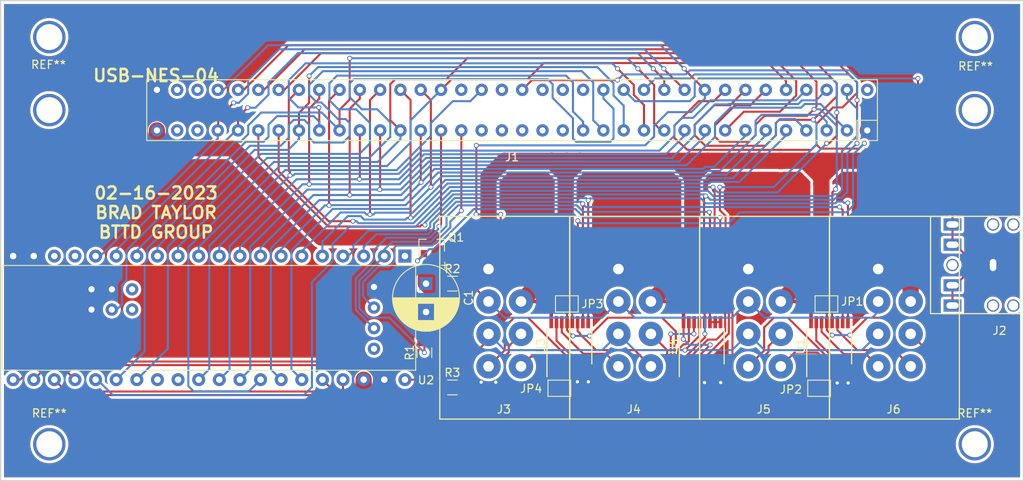
<source format=kicad_pcb>
(kicad_pcb (version 20171130) (host pcbnew 5.1.5+dfsg1-2build2)
  (layers (0 F.Cu signal) (31 B.Cu signal) (34 B.Paste user) (35 F.Paste user) (36 B.SilkS user) (37 F.SilkS user) (38 B.Mask user) (39 F.Mask user) (44 Edge.Cuts user))
  (net 0 "")
  (net 1 GND)
  (net 2 A11)
  (net 3 A10)
  (net 4 A9)
  (net 5 A8)
  (net 6 A7)
  (net 7 A6)
  (net 8 A5)
  (net 9 A4)
  (net 10 A3)
  (net 11 A2)
  (net 12 A1)
  (net 13 A0)
  (net 14 R/W)
  (net 15 ~IRQ)
  (net 16 "Net-(J1-Pad16)")
  (net 17 "Net-(J1-Pad17)")
  (net 18 "Net-(J1-Pad18)")
  (net 19 "Net-(J1-Pad19)")
  (net 20 "Net-(J1-Pad20)")
  (net 21 ~RD)
  (net 22 NT_A10)
  (net 23 D0)
  (net 24 D1)
  (net 25 D2)
  (net 26 D3)
  (net 27 "Net-(J1-Pad36)")
  (net 28 "Net-(J1-Pad37)")
  (net 29 M2)
  (net 30 A12)
  (net 31 A13)
  (net 32 A14)
  (net 33 D7)
  (net 34 D6)
  (net 35 D5)
  (net 36 D4)
  (net 37 ~ROMSEL)
  (net 38 "Net-(J1-Pad51)")
  (net 39 "Net-(J1-Pad53)")
  (net 40 "Net-(J1-Pad54)")
  (net 41 "Net-(J1-Pad55)")
  (net 42 ~WR)
  (net 43 "Net-(J1-Pad57)")
  (net 44 "Net-(J1-Pad71)")
  (net 45 "Net-(Q1-Pad1)")
  (net 46 VCC)
  (net 47 "Net-(R1-Pad1)")
  (net 48 "Net-(R1-Pad2)")
  (net 49 "Net-(U2-Pad1)")
  (net 50 "Net-(U2-Pad28)")
  (net 51 "Net-(U2-Pad29)")
  (net 52 "Net-(U2-Pad17)")
  (net 53 "Net-(U2-Pad18)")
  (net 54 "Net-(U2-Pad45)")
  (net 55 "Net-(J1-Pad34)")
  (net 56 "Net-(J1-Pad35)")
  (net 57 "Net-(J1-Pad52)")
  (net 58 "Net-(J1-Pad70)")
  (net 59 "Net-(U2-Pad48)")
  (net 60 "Net-(U2-Pad41)")
  (net 61 "Net-(J3-Pad3)")
  (net 62 "Net-(J3-Pad2)")
  (net 63 "Net-(J3-Pad6)")
  (net 64 "Net-(J3-Pad4)")
  (net 65 "Net-(J3-Pad7)")
  (net 66 "Net-(J4-Pad7)")
  (net 67 "Net-(J4-Pad4)")
  (net 68 "Net-(J4-Pad6)")
  (net 69 "Net-(J5-Pad6)")
  (net 70 "Net-(J5-Pad4)")
  (net 71 "Net-(J5-Pad7)")
  (net 72 "Net-(J6-Pad7)")
  (net 73 "Net-(J6-Pad4)")
  (net 74 "Net-(J6-Pad6)")
  (net 75 "Net-(JP1-Pad2)")
  (net 76 "Net-(JP2-Pad2)")
  (net 77 "Net-(JP3-Pad2)")
  (net 78 "Net-(JP4-Pad2)")
  (net 79 "Net-(U1-Pad9)")
  (net 80 "Net-(U1-Pad10)")
  (net 81 "Net-(U2-Pad36)")
  (net 82 "Net-(U2-Pad37)")
  (module blue_pill:blue_pill (layer F.Cu) (at 135.3 123 270)
    (fp_text reference U2 (at 15.3 -2.6) (layer F.SilkS))
    (fp_text value BLUE_PILL)
    (pad 50 thru_hole circle (at 4.1 38.6 270) (size 1.524 1.524) (drill 0.762) (layers *.Cu *.Mask) (net 1 GND))
    (pad 49 thru_hole circle (at 4.1 36.1 270) (size 1.524 1.524) (drill 0.762) (layers *.Cu *.Mask) (net 1 GND))
    (pad 48 thru_hole circle (at 4.1 33.6 270) (size 1.524 1.524) (drill 0.762) (layers *.Cu *.Mask) (net 59 "Net-(U2-Pad48)"))
    (pad 1 thru_hole rect (at 0 0 270) (size 1.6 1.6) (drill 0.8) (layers *.Cu *.Mask) (net 49 "Net-(U2-Pad1)"))
    (pad 21 thru_hole oval (at 15.24 48.26 270) (size 1.6 1.6) (drill 0.8) (layers *.Cu *.Mask) (net 78 "Net-(JP4-Pad2)"))
    (pad 2 thru_hole oval (at 0 2.54 270) (size 1.6 1.6) (drill 0.8) (layers *.Cu *.Mask) (net 48 "Net-(R1-Pad2)"))
    (pad 22 thru_hole oval (at 15.24 45.72 270) (size 1.6 1.6) (drill 0.8) (layers *.Cu *.Mask) (net 77 "Net-(JP3-Pad2)"))
    (pad 3 thru_hole oval (at 0 5.08 270) (size 1.6 1.6) (drill 0.8) (layers *.Cu *.Mask) (net 80 "Net-(U1-Pad10)"))
    (pad 23 thru_hole oval (at 15.24 43.18 270) (size 1.6 1.6) (drill 0.8) (layers *.Cu *.Mask) (net 76 "Net-(JP2-Pad2)"))
    (pad 4 thru_hole oval (at 0 7.62 270) (size 1.6 1.6) (drill 0.8) (layers *.Cu *.Mask) (net 79 "Net-(U1-Pad9)"))
    (pad 24 thru_hole oval (at 15.24 40.64 270) (size 1.6 1.6) (drill 0.8) (layers *.Cu *.Mask) (net 75 "Net-(JP1-Pad2)"))
    (pad 5 thru_hole oval (at 0 10.16 270) (size 1.6 1.6) (drill 0.8) (layers *.Cu *.Mask) (net 5 A8))
    (pad 25 thru_hole oval (at 15.24 38.1 270) (size 1.6 1.6) (drill 0.8) (layers *.Cu *.Mask) (net 29 M2))
    (pad 6 thru_hole oval (at 0 12.7 270) (size 1.6 1.6) (drill 0.8) (layers *.Cu *.Mask) (net 4 A9))
    (pad 26 thru_hole oval (at 15.24 35.56 270) (size 1.6 1.6) (drill 0.8) (layers *.Cu *.Mask) (net 14 R/W))
    (pad 7 thru_hole oval (at 0 15.24 270) (size 1.6 1.6) (drill 0.8) (layers *.Cu *.Mask) (net 3 A10))
    (pad 27 thru_hole oval (at 15.24 33.02 270) (size 1.6 1.6) (drill 0.8) (layers *.Cu *.Mask) (net 15 ~IRQ))
    (pad 8 thru_hole oval (at 0 17.78 270) (size 1.6 1.6) (drill 0.8) (layers *.Cu *.Mask) (net 2 A11))
    (pad 28 thru_hole oval (at 15.24 30.48 270) (size 1.6 1.6) (drill 0.8) (layers *.Cu *.Mask) (net 50 "Net-(U2-Pad28)"))
    (pad 9 thru_hole oval (at 0 20.32 270) (size 1.6 1.6) (drill 0.8) (layers *.Cu *.Mask) (net 30 A12))
    (pad 29 thru_hole oval (at 15.24 27.94 270) (size 1.6 1.6) (drill 0.8) (layers *.Cu *.Mask) (net 51 "Net-(U2-Pad29)"))
    (pad 10 thru_hole oval (at 0 22.86 270) (size 1.6 1.6) (drill 0.8) (layers *.Cu *.Mask) (net 31 A13))
    (pad 30 thru_hole oval (at 15.24 25.4 270) (size 1.6 1.6) (drill 0.8) (layers *.Cu *.Mask) (net 42 ~WR))
    (pad 11 thru_hole oval (at 0 25.4 270) (size 1.6 1.6) (drill 0.8) (layers *.Cu *.Mask) (net 32 A14))
    (pad 31 thru_hole oval (at 15.24 22.86 270) (size 1.6 1.6) (drill 0.8) (layers *.Cu *.Mask) (net 10 A3))
    (pad 12 thru_hole oval (at 0 27.94 270) (size 1.6 1.6) (drill 0.8) (layers *.Cu *.Mask) (net 37 ~ROMSEL))
    (pad 32 thru_hole oval (at 15.24 20.32 270) (size 1.6 1.6) (drill 0.8) (layers *.Cu *.Mask) (net 9 A4))
    (pad 13 thru_hole oval (at 0 30.48 270) (size 1.6 1.6) (drill 0.8) (layers *.Cu *.Mask) (net 13 A0))
    (pad 33 thru_hole oval (at 15.24 17.78 270) (size 1.6 1.6) (drill 0.8) (layers *.Cu *.Mask) (net 8 A5))
    (pad 14 thru_hole oval (at 0 33.02 270) (size 1.6 1.6) (drill 0.8) (layers *.Cu *.Mask) (net 12 A1))
    (pad 34 thru_hole oval (at 15.24 15.24 270) (size 1.6 1.6) (drill 0.8) (layers *.Cu *.Mask) (net 7 A6))
    (pad 15 thru_hole oval (at 0 35.56 270) (size 1.6 1.6) (drill 0.8) (layers *.Cu *.Mask) (net 25 D2))
    (pad 35 thru_hole oval (at 15.24 12.7 270) (size 1.6 1.6) (drill 0.8) (layers *.Cu *.Mask) (net 6 A7))
    (pad 16 thru_hole oval (at 0 38.1 270) (size 1.6 1.6) (drill 0.8) (layers *.Cu *.Mask) (net 26 D3))
    (pad 36 thru_hole oval (at 15.24 10.16 270) (size 1.6 1.6) (drill 0.8) (layers *.Cu *.Mask) (net 81 "Net-(U2-Pad36)"))
    (pad 17 thru_hole oval (at 0 40.64 270) (size 1.6 1.6) (drill 0.8) (layers *.Cu *.Mask) (net 52 "Net-(U2-Pad17)"))
    (pad 37 thru_hole oval (at 15.24 7.62 270) (size 1.6 1.6) (drill 0.8) (layers *.Cu *.Mask) (net 82 "Net-(U2-Pad37)"))
    (pad 18 thru_hole oval (at 0 43.18 270) (size 1.6 1.6) (drill 0.8) (layers *.Cu *.Mask) (net 53 "Net-(U2-Pad18)"))
    (pad 38 thru_hole oval (at 15.24 5.08 270) (size 1.6 1.6) (drill 0.8) (layers *.Cu *.Mask) (net 46 VCC))
    (pad 19 thru_hole oval (at 0 45.72 270) (size 1.6 1.6) (drill 0.8) (layers *.Cu *.Mask) (net 1 GND))
    (pad 39 thru_hole oval (at 15.24 2.54 270) (size 1.6 1.6) (drill 0.8) (layers *.Cu *.Mask) (net 1 GND))
    (pad 20 thru_hole oval (at 0 48.26 270) (size 1.6 1.6) (drill 0.8) (layers *.Cu *.Mask) (net 1 GND))
    (pad 40 thru_hole oval (at 15.24 0 270) (size 1.6 1.6) (drill 0.8) (layers *.Cu *.Mask) (net 47 "Net-(R1-Pad1)"))
    (pad 41 thru_hole circle (at 11.43 3.81 270) (size 1.524 1.524) (drill 0.762) (layers *.Cu *.Mask) (net 60 "Net-(U2-Pad41)"))
    (pad 42 thru_hole circle (at 8.89 3.81 270) (size 1.524 1.524) (drill 0.762) (layers *.Cu *.Mask) (net 22 NT_A10))
    (pad 43 thru_hole circle (at 6.35 3.81 270) (size 1.524 1.524) (drill 0.762) (layers *.Cu *.Mask) (net 21 ~RD))
    (pad 44 thru_hole circle (at 3.81 3.81 270) (size 1.524 1.524) (drill 0.762) (layers *.Cu *.Mask) (net 1 GND))
    (pad 45 thru_hole circle (at 6.6 33.6 270) (size 1.524 1.524) (drill 0.762) (layers *.Cu *.Mask) (net 54 "Net-(U2-Pad45)"))
    (pad 46 thru_hole circle (at 6.6 36.1 270) (size 1.524 1.524) (drill 0.762) (layers *.Cu *.Mask) (net 11 A2))
    (pad 47 thru_hole circle (at 6.6 38.6 270) (size 1.524 1.524) (drill 0.762) (layers *.Cu *.Mask) (net 1 GND))
  )
  (module Package_SO:TSSOP-16_4.4x5mm_P0.65mm (layer F.Cu) (at 155.6 134.1 90)
    (fp_text reference U3 (at 0 -3.55 90) (layer F.SilkS))
    (fp_text value 4052)
    (pad 1 smd rect (at -2.95 -2.275 90) (size 1.5 0.45) (layers F.Cu F.Paste F.Mask) (net 36 D4))
    (pad 2 smd rect (at -2.95 -1.625 90) (size 1.5 0.45) (layers F.Cu F.Paste F.Mask) (net 63 "Net-(J3-Pad6)"))
    (pad 3 smd rect (at -2.95 -0.975 90) (size 1.5 0.45) (layers F.Cu F.Paste F.Mask) (net 78 "Net-(JP4-Pad2)"))
    (pad 4 smd rect (at -2.95 -0.325 90) (size 1.5 0.45) (layers F.Cu F.Paste F.Mask) (net 65 "Net-(J3-Pad7)"))
    (pad 5 smd rect (at -2.95 0.325 90) (size 1.5 0.45) (layers F.Cu F.Paste F.Mask) (net 64 "Net-(J3-Pad4)"))
    (pad 6 smd rect (at -2.95 0.975 90) (size 1.5 0.45) (layers F.Cu F.Paste F.Mask) (net 1 GND))
    (pad 7 smd rect (at -2.95 1.625 90) (size 1.5 0.45) (layers F.Cu F.Paste F.Mask) (net 1 GND))
    (pad 8 smd rect (at -2.95 2.275 90) (size 1.5 0.45) (layers F.Cu F.Paste F.Mask) (net 1 GND))
    (pad 9 smd rect (at 2.95 2.275 90) (size 1.5 0.45) (layers F.Cu F.Paste F.Mask) (net 79 "Net-(U1-Pad9)"))
    (pad 10 smd rect (at 2.95 1.625 90) (size 1.5 0.45) (layers F.Cu F.Paste F.Mask) (net 80 "Net-(U1-Pad10)"))
    (pad 11 smd rect (at 2.95 0.975 90) (size 1.5 0.45) (layers F.Cu F.Paste F.Mask) (net 66 "Net-(J4-Pad7)"))
    (pad 12 smd rect (at 2.95 0.325 90) (size 1.5 0.45) (layers F.Cu F.Paste F.Mask) (net 35 D5))
    (pad 13 smd rect (at 2.95 -0.325 90) (size 1.5 0.45) (layers F.Cu F.Paste F.Mask) (net 77 "Net-(JP3-Pad2)"))
    (pad 14 smd rect (at 2.95 -0.975 90) (size 1.5 0.45) (layers F.Cu F.Paste F.Mask) (net 67 "Net-(J4-Pad4)"))
    (pad 15 smd rect (at 2.95 -1.625 90) (size 1.5 0.45) (layers F.Cu F.Paste F.Mask) (net 68 "Net-(J4-Pad6)"))
    (pad 16 smd rect (at 2.95 -2.275 90) (size 1.5 0.45) (layers F.Cu F.Paste F.Mask) (net 46 VCC))
  )
  (module Jumper:SolderJumper-2_P1.3mm_Open_TrianglePad1.0x1.5mm (layer F.Cu) (at 187.225 128.9 180)
    (fp_text reference JP1 (at -3.175 0.3) (layer F.SilkS))
    (fp_text value "D7 BYPASS")
    (pad 2 smd custom (at 0.725 0 180) (size 0.3 0.3) (layers F.Cu F.Mask) (net 75 "Net-(JP1-Pad2)") (options (clearance outline) (anchor rect)) (primitives (gr_poly (pts (xy -0.65 -0.75) (xy 0.5 -0.75) (xy 0.5 0.75) (xy -0.65 0.75) (xy -0.15 0)) (width 0))))
    (pad 1 smd custom (at -0.725 0 180) (size 0.3 0.3) (layers F.Cu F.Mask) (net 33 D7) (options (clearance outline) (anchor rect)) (primitives (gr_poly (pts (xy -0.5 -0.75) (xy 0.5 -0.75) (xy 1 0) (xy 0.5 0.75) (xy -0.5 0.75)) (width 0))))
  )
  (module Package_SO:TSSOP-16_4.4x5mm_P0.65mm (layer F.Cu) (at 187.6 134.1 90)
    (fp_text reference U1 (at 0 -3.55 90) (layer F.SilkS))
    (fp_text value 4052)
    (pad 16 smd rect (at 2.95 -2.275 90) (size 1.5 0.45) (layers F.Cu F.Paste F.Mask) (net 46 VCC))
    (pad 15 smd rect (at 2.95 -1.625 90) (size 1.5 0.45) (layers F.Cu F.Paste F.Mask) (net 74 "Net-(J6-Pad6)"))
    (pad 14 smd rect (at 2.95 -0.975 90) (size 1.5 0.45) (layers F.Cu F.Paste F.Mask) (net 73 "Net-(J6-Pad4)"))
    (pad 13 smd rect (at 2.95 -0.325 90) (size 1.5 0.45) (layers F.Cu F.Paste F.Mask) (net 75 "Net-(JP1-Pad2)"))
    (pad 12 smd rect (at 2.95 0.325 90) (size 1.5 0.45) (layers F.Cu F.Paste F.Mask) (net 33 D7))
    (pad 11 smd rect (at 2.95 0.975 90) (size 1.5 0.45) (layers F.Cu F.Paste F.Mask) (net 72 "Net-(J6-Pad7)"))
    (pad 10 smd rect (at 2.95 1.625 90) (size 1.5 0.45) (layers F.Cu F.Paste F.Mask) (net 80 "Net-(U1-Pad10)"))
    (pad 9 smd rect (at 2.95 2.275 90) (size 1.5 0.45) (layers F.Cu F.Paste F.Mask) (net 79 "Net-(U1-Pad9)"))
    (pad 8 smd rect (at -2.95 2.275 90) (size 1.5 0.45) (layers F.Cu F.Paste F.Mask) (net 1 GND))
    (pad 7 smd rect (at -2.95 1.625 90) (size 1.5 0.45) (layers F.Cu F.Paste F.Mask) (net 1 GND))
    (pad 6 smd rect (at -2.95 0.975 90) (size 1.5 0.45) (layers F.Cu F.Paste F.Mask) (net 1 GND))
    (pad 5 smd rect (at -2.95 0.325 90) (size 1.5 0.45) (layers F.Cu F.Paste F.Mask) (net 70 "Net-(J5-Pad4)"))
    (pad 4 smd rect (at -2.95 -0.325 90) (size 1.5 0.45) (layers F.Cu F.Paste F.Mask) (net 71 "Net-(J5-Pad7)"))
    (pad 3 smd rect (at -2.95 -0.975 90) (size 1.5 0.45) (layers F.Cu F.Paste F.Mask) (net 76 "Net-(JP2-Pad2)"))
    (pad 2 smd rect (at -2.95 -1.625 90) (size 1.5 0.45) (layers F.Cu F.Paste F.Mask) (net 69 "Net-(J5-Pad6)"))
    (pad 1 smd rect (at -2.95 -2.275 90) (size 1.5 0.45) (layers F.Cu F.Paste F.Mask) (net 34 D6))
  )
  (module Jumper:SolderJumper-2_P1.3mm_Open_TrianglePad1.0x1.5mm (layer F.Cu) (at 186.325 139.3)
    (fp_text reference JP2 (at -3.475 0.15) (layer F.SilkS))
    (fp_text value "D6 BYPASS")
    (pad 1 smd custom (at -0.725 0) (size 0.3 0.3) (layers F.Cu F.Mask) (net 34 D6) (options (clearance outline) (anchor rect)) (primitives (gr_poly (pts (xy -0.5 -0.75) (xy 0.5 -0.75) (xy 1 0) (xy 0.5 0.75) (xy -0.5 0.75)) (width 0))))
    (pad 2 smd custom (at 0.725 0) (size 0.3 0.3) (layers F.Cu F.Mask) (net 76 "Net-(JP2-Pad2)") (options (clearance outline) (anchor rect)) (primitives (gr_poly (pts (xy -0.65 -0.75) (xy 0.5 -0.75) (xy 0.5 0.75) (xy -0.65 0.75) (xy -0.15 0)) (width 0))))
  )
  (module bla2:NES_pad_plug (layer F.Cu) (at 147.6 130.6 270)
    (fp_text reference J3 (at 11.3 0.1 180) (layer F.SilkS))
    (fp_text value "PAD 0")
    (pad 3 thru_hole circle (at 2 2 90) (size 3 3) (drill 1.3) (layers *.Cu *.Mask) (net 61 "Net-(J3-Pad3)"))
    (pad 2 thru_hole circle (at -2 2 90) (size 3 3) (drill 1.3) (layers *.Cu *.Mask) (net 62 "Net-(J3-Pad2)"))
    (pad 6 thru_hole circle (at 2 -2 90) (size 3 3) (drill 1.3) (layers *.Cu *.Mask) (net 63 "Net-(J3-Pad6)"))
    (pad 5 thru_hole circle (at -2 -2 90) (size 3 3) (drill 1.3) (layers *.Cu *.Mask) (net 46 VCC))
    (pad 4 thru_hole circle (at 6 2 90) (size 3 3) (drill 1.3) (layers *.Cu *.Mask) (net 64 "Net-(J3-Pad4)"))
    (pad 7 thru_hole circle (at 6 -2 90) (size 3 3) (drill 1.3) (layers *.Cu *.Mask) (net 65 "Net-(J3-Pad7)"))
    (pad 1 thru_hole circle (at -6 2 90) (size 3 3) (drill 1.3) (layers *.Cu *.Mask) (net 1 GND))
  )
  (module Jumper:SolderJumper-2_P1.3mm_Open_TrianglePad1.0x1.5mm (layer F.Cu) (at 155.25 128.9 180)
    (fp_text reference JP3 (at -3.15 0) (layer F.SilkS))
    (fp_text value "D5 BYPASS")
    (pad 2 smd custom (at 0.725 0 180) (size 0.3 0.3) (layers F.Cu F.Mask) (net 77 "Net-(JP3-Pad2)") (options (clearance outline) (anchor rect)) (primitives (gr_poly (pts (xy -0.65 -0.75) (xy 0.5 -0.75) (xy 0.5 0.75) (xy -0.65 0.75) (xy -0.15 0)) (width 0))))
    (pad 1 smd custom (at -0.725 0 180) (size 0.3 0.3) (layers F.Cu F.Mask) (net 35 D5) (options (clearance outline) (anchor rect)) (primitives (gr_poly (pts (xy -0.5 -0.75) (xy 0.5 -0.75) (xy 1 0) (xy 0.5 0.75) (xy -0.5 0.75)) (width 0))))
  )
  (module Jumper:SolderJumper-2_P1.3mm_Open_TrianglePad1.0x1.5mm (layer F.Cu) (at 154.325 139.3)
    (fp_text reference JP4 (at -3.475 0.05) (layer F.SilkS))
    (fp_text value "D4 BYPASS")
    (pad 1 smd custom (at -0.725 0) (size 0.3 0.3) (layers F.Cu F.Mask) (net 36 D4) (options (clearance outline) (anchor rect)) (primitives (gr_poly (pts (xy -0.5 -0.75) (xy 0.5 -0.75) (xy 1 0) (xy 0.5 0.75) (xy -0.5 0.75)) (width 0))))
    (pad 2 smd custom (at 0.725 0) (size 0.3 0.3) (layers F.Cu F.Mask) (net 78 "Net-(JP4-Pad2)") (options (clearance outline) (anchor rect)) (primitives (gr_poly (pts (xy -0.65 -0.75) (xy 0.5 -0.75) (xy 0.5 0.75) (xy -0.65 0.75) (xy -0.15 0)) (width 0))))
  )
  (module bla2:NES_pad_plug (layer F.Cu) (at 163.6 130.6 270)
    (fp_text reference J4 (at 11.3 0.1 180) (layer F.SilkS))
    (fp_text value "PAD 1")
    (pad 1 thru_hole circle (at -6 2 90) (size 3 3) (drill 1.3) (layers *.Cu *.Mask) (net 1 GND))
    (pad 7 thru_hole circle (at 6 -2 90) (size 3 3) (drill 1.3) (layers *.Cu *.Mask) (net 66 "Net-(J4-Pad7)"))
    (pad 4 thru_hole circle (at 6 2 90) (size 3 3) (drill 1.3) (layers *.Cu *.Mask) (net 67 "Net-(J4-Pad4)"))
    (pad 5 thru_hole circle (at -2 -2 90) (size 3 3) (drill 1.3) (layers *.Cu *.Mask) (net 46 VCC))
    (pad 6 thru_hole circle (at 2 -2 90) (size 3 3) (drill 1.3) (layers *.Cu *.Mask) (net 68 "Net-(J4-Pad6)"))
    (pad 2 thru_hole circle (at -2 2 90) (size 3 3) (drill 1.3) (layers *.Cu *.Mask) (net 62 "Net-(J3-Pad2)"))
    (pad 3 thru_hole circle (at 2 2 90) (size 3 3) (drill 1.3) (layers *.Cu *.Mask) (net 61 "Net-(J3-Pad3)"))
  )
  (module Resistor_SMD:R_1206_3216Metric_Pad1.42x1.75mm_HandSolder (layer F.Cu) (at 137.7 134.9 90)
    (fp_text reference R1 (at 0 -1.82 90) (layer F.SilkS))
    (fp_text value 10K)
    (pad 1 smd roundrect (at -1.4875 0 90) (size 1.425 1.75) (layers F.Cu F.Paste F.Mask) (roundrect_rratio 0.175439) (net 47 "Net-(R1-Pad1)"))
    (pad 2 smd roundrect (at 1.4875 0 90) (size 1.425 1.75) (layers F.Cu F.Paste F.Mask) (roundrect_rratio 0.175439) (net 48 "Net-(R1-Pad2)"))
  )
  (module Capacitor_THT:CP_Radial_D8.0mm_P3.50mm (layer F.Cu) (at 137.9 126.4 270)
    (fp_text reference C1 (at 1.75 -5.25 90) (layer F.SilkS))
    (fp_text value CP)
    (pad 1 thru_hole rect (at 0 0 270) (size 1.6 1.6) (drill 0.8) (layers *.Cu *.Mask) (net 46 VCC))
    (pad 2 thru_hole circle (at 3.5 0 270) (size 1.6 1.6) (drill 0.8) (layers *.Cu *.Mask) (net 1 GND))
  )
  (module blue_pill:NES_CART (layer F.Cu) (at 148.5011 105.0036 180)
    (fp_text reference J1 (at 0.0011 -5.7964) (layer F.SilkS))
    (fp_text value NES-CART)
    (pad "" thru_hole circle (at 57 0 180) (size 4 4) (drill 3.2) (layers *.Cu *.Mask))
    (pad 1 thru_hole circle (at -43.75 -2.5 180) (size 1.524 1.524) (drill 0.762) (layers *.Cu *.Mask) (net 1 GND))
    (pad 2 thru_hole circle (at -41.25 -2.5 180) (size 1.524 1.524) (drill 0.762) (layers *.Cu *.Mask) (net 2 A11))
    (pad 3 thru_hole circle (at -38.75 -2.5 180) (size 1.524 1.524) (drill 0.762) (layers *.Cu *.Mask) (net 3 A10))
    (pad 4 thru_hole circle (at -36.25 -2.5 180) (size 1.524 1.524) (drill 0.762) (layers *.Cu *.Mask) (net 4 A9))
    (pad 5 thru_hole circle (at -33.75 -2.5 180) (size 1.524 1.524) (drill 0.762) (layers *.Cu *.Mask) (net 5 A8))
    (pad 6 thru_hole circle (at -31.25 -2.5 180) (size 1.524 1.524) (drill 0.762) (layers *.Cu *.Mask) (net 6 A7))
    (pad 7 thru_hole circle (at -28.75 -2.5 180) (size 1.524 1.524) (drill 0.762) (layers *.Cu *.Mask) (net 7 A6))
    (pad 8 thru_hole circle (at -26.25 -2.5 180) (size 1.524 1.524) (drill 0.762) (layers *.Cu *.Mask) (net 8 A5))
    (pad 9 thru_hole circle (at -23.75 -2.5 180) (size 1.524 1.524) (drill 0.762) (layers *.Cu *.Mask) (net 9 A4))
    (pad 10 thru_hole circle (at -21.25 -2.5 180) (size 1.524 1.524) (drill 0.762) (layers *.Cu *.Mask) (net 10 A3))
    (pad 11 thru_hole circle (at -18.75 -2.5 180) (size 1.524 1.524) (drill 0.762) (layers *.Cu *.Mask) (net 11 A2))
    (pad 12 thru_hole circle (at -16.25 -2.5 180) (size 1.524 1.524) (drill 0.762) (layers *.Cu *.Mask) (net 12 A1))
    (pad 13 thru_hole circle (at -13.75 -2.5 180) (size 1.524 1.524) (drill 0.762) (layers *.Cu *.Mask) (net 13 A0))
    (pad 14 thru_hole circle (at -11.25 -2.5 180) (size 1.524 1.524) (drill 0.762) (layers *.Cu *.Mask) (net 14 R/W))
    (pad 15 thru_hole circle (at -8.75 -2.5 180) (size 1.524 1.524) (drill 0.762) (layers *.Cu *.Mask) (net 15 ~IRQ))
    (pad 16 thru_hole circle (at -6.25 -2.5 180) (size 1.524 1.524) (drill 0.762) (layers *.Cu *.Mask) (net 16 "Net-(J1-Pad16)"))
    (pad 17 thru_hole circle (at -3.75 -2.5 180) (size 1.524 1.524) (drill 0.762) (layers *.Cu *.Mask) (net 17 "Net-(J1-Pad17)"))
    (pad 18 thru_hole circle (at -1.25 -2.5 180) (size 1.524 1.524) (drill 0.762) (layers *.Cu *.Mask) (net 18 "Net-(J1-Pad18)"))
    (pad 19 thru_hole circle (at 1.25 -2.5 180) (size 1.524 1.524) (drill 0.762) (layers *.Cu *.Mask) (net 19 "Net-(J1-Pad19)"))
    (pad 20 thru_hole circle (at 3.75 -2.5 180) (size 1.524 1.524) (drill 0.762) (layers *.Cu *.Mask) (net 20 "Net-(J1-Pad20)"))
    (pad 21 thru_hole circle (at 6.25 -2.5 180) (size 1.524 1.524) (drill 0.762) (layers *.Cu *.Mask) (net 21 ~RD))
    (pad 22 thru_hole circle (at 8.75 -2.5 180) (size 1.524 1.524) (drill 0.762) (layers *.Cu *.Mask) (net 22 NT_A10))
    (pad 23 thru_hole circle (at 11.25 -2.5 180) (size 1.524 1.524) (drill 0.762) (layers *.Cu *.Mask) (net 7 A6))
    (pad 24 thru_hole circle (at 13.75 -2.5 180) (size 1.524 1.524) (drill 0.762) (layers *.Cu *.Mask) (net 8 A5))
    (pad 25 thru_hole circle (at 16.25 -2.5 180) (size 1.524 1.524) (drill 0.762) (layers *.Cu *.Mask) (net 9 A4))
    (pad 26 thru_hole circle (at 18.75 -2.5 180) (size 1.524 1.524) (drill 0.762) (layers *.Cu *.Mask) (net 10 A3))
    (pad 27 thru_hole circle (at 21.25 -2.5 180) (size 1.524 1.524) (drill 0.762) (layers *.Cu *.Mask) (net 11 A2))
    (pad 28 thru_hole circle (at 23.75 -2.5 180) (size 1.524 1.524) (drill 0.762) (layers *.Cu *.Mask) (net 12 A1))
    (pad 29 thru_hole circle (at 26.25 -2.5 180) (size 1.524 1.524) (drill 0.762) (layers *.Cu *.Mask) (net 13 A0))
    (pad 30 thru_hole circle (at 28.75 -2.5 180) (size 1.524 1.524) (drill 0.762) (layers *.Cu *.Mask) (net 23 D0))
    (pad 31 thru_hole circle (at 31.25 -2.5 180) (size 1.524 1.524) (drill 0.762) (layers *.Cu *.Mask) (net 24 D1))
    (pad 32 thru_hole circle (at 33.75 -2.5 180) (size 1.524 1.524) (drill 0.762) (layers *.Cu *.Mask) (net 25 D2))
    (pad 33 thru_hole circle (at 36.25 -2.5 180) (size 1.524 1.524) (drill 0.762) (layers *.Cu *.Mask) (net 26 D3))
    (pad 34 thru_hole circle (at 38.75 -2.5 180) (size 1.524 1.524) (drill 0.762) (layers *.Cu *.Mask) (net 55 "Net-(J1-Pad34)"))
    (pad 35 thru_hole circle (at 41.25 -2.5 180) (size 1.524 1.524) (drill 0.762) (layers *.Cu *.Mask) (net 56 "Net-(J1-Pad35)"))
    (pad 36 thru_hole circle (at 43.75 -2.5 180) (size 1.524 1.524) (drill 0.762) (layers *.Cu *.Mask) (net 27 "Net-(J1-Pad36)"))
    (pad 37 thru_hole circle (at -43.75 2.5 180) (size 1.524 1.524) (drill 0.762) (layers *.Cu *.Mask) (net 28 "Net-(J1-Pad37)"))
    (pad 38 thru_hole circle (at -41.25 2.5 180) (size 1.524 1.524) (drill 0.762) (layers *.Cu *.Mask) (net 29 M2))
    (pad 39 thru_hole circle (at -38.75 2.5 180) (size 1.524 1.524) (drill 0.762) (layers *.Cu *.Mask) (net 30 A12))
    (pad 40 thru_hole circle (at -36.25 2.5 180) (size 1.524 1.524) (drill 0.762) (layers *.Cu *.Mask) (net 31 A13))
    (pad 41 thru_hole circle (at -33.75 2.5 180) (size 1.524 1.524) (drill 0.762) (layers *.Cu *.Mask) (net 32 A14))
    (pad 42 thru_hole circle (at -31.25 2.5 180) (size 1.524 1.524) (drill 0.762) (layers *.Cu *.Mask) (net 33 D7))
    (pad 43 thru_hole circle (at -28.75 2.5 180) (size 1.524 1.524) (drill 0.762) (layers *.Cu *.Mask) (net 34 D6))
    (pad 44 thru_hole circle (at -26.25 2.5 180) (size 1.524 1.524) (drill 0.762) (layers *.Cu *.Mask) (net 35 D5))
    (pad 45 thru_hole circle (at -23.75 2.5 180) (size 1.524 1.524) (drill 0.762) (layers *.Cu *.Mask) (net 36 D4))
    (pad 46 thru_hole circle (at -21.25 2.5 180) (size 1.524 1.524) (drill 0.762) (layers *.Cu *.Mask) (net 26 D3))
    (pad 47 thru_hole circle (at -18.75 2.5 180) (size 1.524 1.524) (drill 0.762) (layers *.Cu *.Mask) (net 25 D2))
    (pad 48 thru_hole circle (at -16.25 2.5 180) (size 1.524 1.524) (drill 0.762) (layers *.Cu *.Mask) (net 24 D1))
    (pad 49 thru_hole circle (at -13.75 2.5 180) (size 1.524 1.524) (drill 0.762) (layers *.Cu *.Mask) (net 23 D0))
    (pad 50 thru_hole circle (at -11.25 2.5 180) (size 1.524 1.524) (drill 0.762) (layers *.Cu *.Mask) (net 37 ~ROMSEL))
    (pad 51 thru_hole circle (at -8.75 2.5 180) (size 1.524 1.524) (drill 0.762) (layers *.Cu *.Mask) (net 38 "Net-(J1-Pad51)"))
    (pad 52 thru_hole circle (at -6.25 2.5 180) (size 1.524 1.524) (drill 0.762) (layers *.Cu *.Mask) (net 57 "Net-(J1-Pad52)"))
    (pad 53 thru_hole circle (at -3.75 2.5 180) (size 1.524 1.524) (drill 0.762) (layers *.Cu *.Mask) (net 39 "Net-(J1-Pad53)"))
    (pad 54 thru_hole circle (at -1.25 2.5 180) (size 1.524 1.524) (drill 0.762) (layers *.Cu *.Mask) (net 40 "Net-(J1-Pad54)"))
    (pad 55 thru_hole circle (at 1.25 2.5 180) (size 1.524 1.524) (drill 0.762) (layers *.Cu *.Mask) (net 41 "Net-(J1-Pad55)"))
    (pad 56 thru_hole circle (at 3.75 2.5 180) (size 1.524 1.524) (drill 0.762) (layers *.Cu *.Mask) (net 42 ~WR))
    (pad 57 thru_hole circle (at 6.25 2.5 180) (size 1.524 1.524) (drill 0.762) (layers *.Cu *.Mask) (net 43 "Net-(J1-Pad57)"))
    (pad 58 thru_hole circle (at 8.75 2.5 180) (size 1.524 1.524) (drill 0.762) (layers *.Cu *.Mask) (net 32 A14))
    (pad 59 thru_hole circle (at 11.25 2.5 180) (size 1.524 1.524) (drill 0.762) (layers *.Cu *.Mask) (net 6 A7))
    (pad 60 thru_hole circle (at 13.75 2.5 180) (size 1.524 1.524) (drill 0.762) (layers *.Cu *.Mask) (net 5 A8))
    (pad 61 thru_hole circle (at 16.25 2.5 180) (size 1.524 1.524) (drill 0.762) (layers *.Cu *.Mask) (net 4 A9))
    (pad 62 thru_hole circle (at 18.75 2.5 180) (size 1.524 1.524) (drill 0.762) (layers *.Cu *.Mask) (net 2 A11))
    (pad 63 thru_hole circle (at 21.25 2.5 180) (size 1.524 1.524) (drill 0.762) (layers *.Cu *.Mask) (net 3 A10))
    (pad 64 thru_hole circle (at 23.75 2.5 180) (size 1.524 1.524) (drill 0.762) (layers *.Cu *.Mask) (net 30 A12))
    (pad 65 thru_hole circle (at 26.25 2.5 180) (size 1.524 1.524) (drill 0.762) (layers *.Cu *.Mask) (net 31 A13))
    (pad 66 thru_hole circle (at 28.75 2.5 180) (size 1.524 1.524) (drill 0.762) (layers *.Cu *.Mask) (net 33 D7))
    (pad 67 thru_hole circle (at 31.25 2.5 180) (size 1.524 1.524) (drill 0.762) (layers *.Cu *.Mask) (net 34 D6))
    (pad 68 thru_hole circle (at 33.75 2.5 180) (size 1.524 1.524) (drill 0.762) (layers *.Cu *.Mask) (net 35 D5))
    (pad 69 thru_hole circle (at 36.25 2.5 180) (size 1.524 1.524) (drill 0.762) (layers *.Cu *.Mask) (net 36 D4))
    (pad 70 thru_hole circle (at 38.75 2.5 180) (size 1.524 1.524) (drill 0.762) (layers *.Cu *.Mask) (net 58 "Net-(J1-Pad70)"))
    (pad 71 thru_hole circle (at 41.25 2.5 180) (size 1.524 1.524) (drill 0.762) (layers *.Cu *.Mask) (net 44 "Net-(J1-Pad71)"))
    (pad 72 thru_hole circle (at 43.75 2.5 180) (size 1.524 1.524) (drill 0.762) (layers *.Cu *.Mask) (net 1 GND))
    (pad "" thru_hole circle (at -57 0 180) (size 4 4) (drill 3.2) (layers *.Cu *.Mask))
  )
  (module Wire_Pads:SolderWirePad_single_1mmDrill (layer F.Cu) (at 205.5 96)
    (fp_text reference REF** (at 0.1 3.6) (layer F.SilkS))
    (fp_text value "")
    (pad "" thru_hole circle (at 0 0) (size 4 4) (drill 3.2) (layers *.Cu *.Mask))
  )
  (module Wire_Pads:SolderWirePad_single_1mmDrill (layer F.Cu) (at 91.5 96)
    (fp_text reference REF** (at -0.1 3.4) (layer F.SilkS))
    (fp_text value "")
    (pad "" thru_hole circle (at 0 0) (size 4 4) (drill 3.2) (layers *.Cu *.Mask))
  )
  (module Wire_Pads:SolderWirePad_single_1mmDrill (layer F.Cu) (at 205.5 146.2)
    (fp_text reference REF** (at 0 -3.81) (layer F.SilkS))
    (fp_text value "")
    (pad "" thru_hole circle (at 0 0) (size 4 4) (drill 3.2) (layers *.Cu *.Mask))
  )
  (module blue_pill:MINI_PHONE_PLUG (layer F.Cu) (at 204.15 124.1 180)
    (fp_text reference J2 (at -4.4 -8.1) (layer F.SilkS))
    (fp_text value MINI_PHONE_PLUG)
    (pad "" thru_hole circle (at 1.4 0 180) (size 1.524 1.524) (drill 1.2) (layers *.Cu *.Mask))
    (pad "" thru_hole circle (at -3.6 5 180) (size 1.524 1.524) (drill 1.2) (layers *.Cu *.Mask))
    (pad "" thru_hole circle (at -3.6 -5 180) (size 1.524 1.524) (drill 1.2) (layers *.Cu *.Mask))
    (pad "" thru_hole circle (at -6.1 5 180) (size 1.524 1.524) (drill 1.2) (layers *.Cu *.Mask))
    (pad "" thru_hole circle (at -6.1 -5 180) (size 1.524 1.524) (drill 1.2) (layers *.Cu *.Mask))
    (pad 1 thru_hole rect (at -3.6 0 180) (size 1.5 2.2) (drill oval 0.8 1.5) (layers *.Cu *.Mask) (net 1 GND))
    (pad 10 thru_hole rect (at 1.4 2.5 270) (size 1.5 2.2) (drill oval 0.8 1.5) (layers *.Cu *.Mask) (net 40 "Net-(J1-Pad54)"))
    (pad 11 thru_hole rect (at 1.4 -2.5 270) (size 1.5 2.2) (drill oval 0.8 1.5) (layers *.Cu *.Mask) (net 40 "Net-(J1-Pad54)"))
    (pad 3 thru_hole rect (at 1.4 -5 270) (size 1.5 2.2) (drill oval 0.8 1.5) (layers *.Cu *.Mask) (net 40 "Net-(J1-Pad54)"))
    (pad 2 thru_hole rect (at 1.4 5 270) (size 1.5 2.2) (drill oval 0.8 1.5) (layers *.Cu *.Mask) (net 40 "Net-(J1-Pad54)"))
  )
  (module TO_SOT_Packages_SMD:SOT-23 (layer F.Cu) (at 138.6 121.7 90)
    (fp_text reference Q1 (at 1 3) (layer F.SilkS))
    (fp_text value TSM500P02CX)
    (pad 1 smd rect (at -1 -0.95 90) (size 0.9 0.8) (layers F.Cu F.Paste F.Mask) (net 45 "Net-(Q1-Pad1)"))
    (pad 2 smd rect (at -1 0.95 90) (size 0.9 0.8) (layers F.Cu F.Paste F.Mask) (net 46 VCC))
    (pad 3 smd rect (at 1 0 90) (size 0.9 0.8) (layers F.Cu F.Paste F.Mask) (net 27 "Net-(J1-Pad36)"))
  )
  (module Wire_Pads:SolderWirePad_single_1mmDrill (layer F.Cu) (at 91.5 146.2)
    (fp_text reference REF** (at 0 -3.81) (layer F.SilkS))
    (fp_text value "")
    (pad "" thru_hole circle (at 0 0) (size 4 4) (drill 3.2) (layers *.Cu *.Mask))
  )
  (module bla2:NES_pad_plug (layer F.Cu) (at 179.6 130.6 270)
    (fp_text reference J5 (at 11.3 0.1 180) (layer F.SilkS))
    (fp_text value "PAD 2")
    (pad 3 thru_hole circle (at 2 2 90) (size 3 3) (drill 1.3) (layers *.Cu *.Mask) (net 61 "Net-(J3-Pad3)"))
    (pad 2 thru_hole circle (at -2 2 90) (size 3 3) (drill 1.3) (layers *.Cu *.Mask) (net 62 "Net-(J3-Pad2)"))
    (pad 6 thru_hole circle (at 2 -2 90) (size 3 3) (drill 1.3) (layers *.Cu *.Mask) (net 69 "Net-(J5-Pad6)"))
    (pad 5 thru_hole circle (at -2 -2 90) (size 3 3) (drill 1.3) (layers *.Cu *.Mask) (net 46 VCC))
    (pad 4 thru_hole circle (at 6 2 90) (size 3 3) (drill 1.3) (layers *.Cu *.Mask) (net 70 "Net-(J5-Pad4)"))
    (pad 7 thru_hole circle (at 6 -2 90) (size 3 3) (drill 1.3) (layers *.Cu *.Mask) (net 71 "Net-(J5-Pad7)"))
    (pad 1 thru_hole circle (at -6 2 90) (size 3 3) (drill 1.3) (layers *.Cu *.Mask) (net 1 GND))
  )
  (module bla2:NES_pad_plug (layer F.Cu) (at 195.6 130.6 270)
    (fp_text reference J6 (at 11.3 0.1 180) (layer F.SilkS))
    (fp_text value "PAD 3")
    (pad 1 thru_hole circle (at -6 2 90) (size 3 3) (drill 1.3) (layers *.Cu *.Mask) (net 1 GND))
    (pad 7 thru_hole circle (at 6 -2 90) (size 3 3) (drill 1.3) (layers *.Cu *.Mask) (net 72 "Net-(J6-Pad7)"))
    (pad 4 thru_hole circle (at 6 2 90) (size 3 3) (drill 1.3) (layers *.Cu *.Mask) (net 73 "Net-(J6-Pad4)"))
    (pad 5 thru_hole circle (at -2 -2 90) (size 3 3) (drill 1.3) (layers *.Cu *.Mask) (net 46 VCC))
    (pad 6 thru_hole circle (at 2 -2 90) (size 3 3) (drill 1.3) (layers *.Cu *.Mask) (net 74 "Net-(J6-Pad6)"))
    (pad 2 thru_hole circle (at -2 2 90) (size 3 3) (drill 1.3) (layers *.Cu *.Mask) (net 62 "Net-(J3-Pad2)"))
    (pad 3 thru_hole circle (at 2 2 90) (size 3 3) (drill 1.3) (layers *.Cu *.Mask) (net 61 "Net-(J3-Pad3)"))
  )
  (module Resistor_SMD:R_1206_3216Metric_Pad1.42x1.75mm_HandSolder (layer F.Cu) (at 141.1625 126.4)
    (fp_text reference R2 (at 0 -1.82) (layer F.SilkS))
    (fp_text value 10K)
    (pad 2 smd roundrect (at 1.4875 0) (size 1.425 1.75) (layers F.Cu F.Paste F.Mask) (roundrect_rratio 0.175439) (net 62 "Net-(J3-Pad2)"))
    (pad 1 smd roundrect (at -1.4875 0) (size 1.425 1.75) (layers F.Cu F.Paste F.Mask) (roundrect_rratio 0.175439) (net 46 VCC))
  )
  (module Resistor_SMD:R_1206_3216Metric_Pad1.42x1.75mm_HandSolder (layer F.Cu) (at 141.15 139.2)
    (fp_text reference R3 (at 0 -1.82) (layer F.SilkS))
    (fp_text value 10K)
    (pad 1 smd roundrect (at -1.4875 0) (size 1.425 1.75) (layers F.Cu F.Paste F.Mask) (roundrect_rratio 0.175439) (net 46 VCC))
    (pad 2 smd roundrect (at 1.4875 0) (size 1.425 1.75) (layers F.Cu F.Paste F.Mask) (roundrect_rratio 0.175439) (net 61 "Net-(J3-Pad3)"))
  )
  (module Package_SO:TSSOP-16_4.4x5mm_P0.65mm (layer F.Cu) (at 171.9 134.1 90)
    (fp_text reference U4 (at 0 -3.55 90) (layer F.SilkS))
    (fp_text value 4053)
    (pad 1 smd rect (at -2.95 -2.275 90) (size 1.5 0.45) (layers F.Cu F.Paste F.Mask) (net 62 "Net-(J3-Pad2)"))
    (pad 2 smd rect (at -2.95 -1.625 90) (size 1.5 0.45) (layers F.Cu F.Paste F.Mask) (net 23 D0))
    (pad 3 smd rect (at -2.95 -0.975 90) (size 1.5 0.45) (layers F.Cu F.Paste F.Mask) (net 46 VCC))
    (pad 4 smd rect (at -2.95 -0.325 90) (size 1.5 0.45) (layers F.Cu F.Paste F.Mask) (net 45 "Net-(Q1-Pad1)"))
    (pad 5 smd rect (at -2.95 0.325 90) (size 1.5 0.45) (layers F.Cu F.Paste F.Mask) (net 1 GND))
    (pad 6 smd rect (at -2.95 0.975 90) (size 1.5 0.45) (layers F.Cu F.Paste F.Mask) (net 1 GND))
    (pad 7 smd rect (at -2.95 1.625 90) (size 1.5 0.45) (layers F.Cu F.Paste F.Mask) (net 1 GND))
    (pad 8 smd rect (at -2.95 2.275 90) (size 1.5 0.45) (layers F.Cu F.Paste F.Mask) (net 1 GND))
    (pad 9 smd rect (at 2.95 2.275 90) (size 1.5 0.45) (layers F.Cu F.Paste F.Mask) (net 48 "Net-(R1-Pad2)"))
    (pad 10 smd rect (at 2.95 1.625 90) (size 1.5 0.45) (layers F.Cu F.Paste F.Mask) (net 48 "Net-(R1-Pad2)"))
    (pad 11 smd rect (at 2.95 0.975 90) (size 1.5 0.45) (layers F.Cu F.Paste F.Mask) (net 48 "Net-(R1-Pad2)"))
    (pad 12 smd rect (at 2.95 0.325 90) (size 1.5 0.45) (layers F.Cu F.Paste F.Mask) (net 24 D1))
    (pad 13 smd rect (at 2.95 -0.325 90) (size 1.5 0.45) (layers F.Cu F.Paste F.Mask) (net 61 "Net-(J3-Pad3)"))
    (pad 14 smd rect (at 2.95 -0.975 90) (size 1.5 0.45) (layers F.Cu F.Paste F.Mask) (net 82 "Net-(U2-Pad37)"))
    (pad 15 smd rect (at 2.95 -1.625 90) (size 1.5 0.45) (layers F.Cu F.Paste F.Mask) (net 81 "Net-(U2-Pad36)"))
    (pad 16 smd rect (at 2.95 -2.275 90) (size 1.5 0.45) (layers F.Cu F.Paste F.Mask) (net 46 VCC))
  )
  (gr_text "USB-NES-04\n\n\n\n\n\n02-16-2023\nBRAD TAYLOR\nBTTD GROUP" (at 104.65 110.4) (layer F.SilkS) (effects (font (size 1.5 1.5) (thickness 0.3))))
  (gr_line (start 211.5 150.7) (end 211.5 91.5) (angle 90) (layer Edge.Cuts) (width 0.15))
  (gr_line (start 85.5 150.7) (end 85.5 91.5) (angle 90) (layer Edge.Cuts) (width 0.15))
  (gr_line (start 85.5 91.5) (end 211.5 91.5) (angle 90) (layer Edge.Cuts) (width 0.15))
  (gr_line (start 85.5 150.7) (end 211.5 150.7) (angle 90) (layer Edge.Cuts) (width 0.15))
  (segment (start 87.04 123) (end 89.58 123) (width 1.8) (layer F.Cu) (net 1))
  (segment (start 193.3964 107.5036) (end 194.5 106.4) (width 1.85) (layer F.Cu) (net 1))
  (segment (start 194.5 106.4) (end 194.5 99.5) (width 1.85) (layer F.Cu) (net 1))
  (segment (start 192.2511 107.5036) (end 193.3964 107.5036) (width 1.85) (layer F.Cu) (net 1))
  (segment (start 104.7511 102.5036) (end 104.7511 100.0489) (width 2) (layer F.Cu) (net 1))
  (segment (start 104.7511 100.0489) (end 109.3 95.5) (width 2) (layer F.Cu) (net 1))
  (segment (start 109.3 95.5) (end 190.5 95.5) (width 2) (layer F.Cu) (net 1))
  (segment (start 190.5 95.5) (end 194.5 99.5) (width 2) (layer F.Cu) (net 1))
  (segment (start 104.7511 102.5036) (end 104.6964 102.5036) (width 2) (layer F.Cu) (net 1))
  (segment (start 104.6964 102.5036) (end 89.58 117.62) (width 2) (layer F.Cu) (net 1))
  (segment (start 96.7 129.6) (end 96.7 127.1) (width 2) (layer F.Cu) (net 1))
  (segment (start 96.7 127.1) (end 99.2 127.1) (width 2) (layer F.Cu) (net 1))
  (segment (start 131.5 126.8) (end 133.6 126.8) (width 2) (layer F.Cu) (net 1))
  (segment (start 131.49 126.81) (end 131.5 126.8) (width 2) (layer F.Cu) (net 1))
  (segment (start 133.6 129.5) (end 133.6 126.8) (width 2) (layer F.Cu) (net 1))
  (segment (start 207.75 124.15) (end 207.3 124.15) (width 0.25) (layer B.Cu) (net 1))
  (segment (start 195.1336 107.5036) (end 192.2511 107.5036) (width 0.25) (layer B.Cu) (net 1))
  (segment (start 205.74 123.09) (end 205.74 118.11) (width 0.25) (layer B.Cu) (net 1))
  (segment (start 206.75 124.1) (end 205.74 123.09) (width 0.25) (layer B.Cu) (net 1))
  (segment (start 205.74 118.11) (end 195.1336 107.5036) (width 0.25) (layer B.Cu) (net 1))
  (segment (start 136.36863 129.5) (end 133.6 129.5) (width 2) (layer F.Cu) (net 1))
  (segment (start 136.76863 129.9) (end 136.36863 129.5) (width 2) (layer F.Cu) (net 1))
  (segment (start 137.9 129.9) (end 136.76863 129.9) (width 2) (layer F.Cu) (net 1))
  (via (at 157.9 138.5) (size 0.6) (drill 0.4) (layers F.Cu B.Cu) (net 1))
  (segment (start 172.225 137.05) (end 172.875 137.05) (width 0.25) (layer F.Cu) (net 1))
  (segment (start 172.875 137.05) (end 173.525 137.05) (width 0.25) (layer F.Cu) (net 1))
  (segment (start 173.525 137.05) (end 174.175 137.05) (width 0.25) (layer F.Cu) (net 1))
  (segment (start 188.575 137.05) (end 189.225 137.05) (width 0.25) (layer F.Cu) (net 1))
  (segment (start 189.225 137.05) (end 189.875 137.05) (width 0.25) (layer F.Cu) (net 1))
  (segment (start 206.75 124.1) (end 207.75 124.1) (width 0.25) (layer B.Cu) (net 1))
  (segment (start 145.6 124.6) (end 161.6 124.6) (width 2) (layer B.Cu) (net 1))
  (segment (start 177.6 124.6) (end 193.6 124.6) (width 2) (layer B.Cu) (net 1))
  (segment (start 163.746322 124.625002) (end 175.453678 124.625002) (width 2) (layer B.Cu) (net 1))
  (segment (start 175.47868 124.6) (end 177.6 124.6) (width 2) (layer B.Cu) (net 1))
  (segment (start 161.6 124.6) (end 163.72132 124.6) (width 2) (layer B.Cu) (net 1))
  (segment (start 163.72132 124.6) (end 163.746322 124.625002) (width 2) (layer B.Cu) (net 1))
  (segment (start 175.453678 124.625002) (end 175.47868 124.6) (width 2) (layer B.Cu) (net 1))
  (segment (start 158.324264 138.5) (end 158.424264 138.6) (width 0.25) (layer B.Cu) (net 1))
  (segment (start 157.9 138.5) (end 158.324264 138.5) (width 0.25) (layer B.Cu) (net 1))
  (segment (start 144.3 124.6) (end 145.6 124.6) (width 2) (layer B.Cu) (net 1))
  (segment (start 139 129.9) (end 144.3 124.6) (width 2) (layer B.Cu) (net 1))
  (segment (start 137.9 129.9) (end 139 129.9) (width 2) (layer B.Cu) (net 1))
  (segment (start 89.58 117.62) (end 89.58 123) (width 2) (layer F.Cu) (net 1))
  (segment (start 89.58 124.13137) (end 89.58 123) (width 2) (layer F.Cu) (net 1))
  (segment (start 92.54863 127.1) (end 89.58 124.13137) (width 2) (layer F.Cu) (net 1))
  (segment (start 96.7 127.1) (end 92.54863 127.1) (width 2) (layer F.Cu) (net 1))
  (segment (start 132.76 138.24) (end 132.76 137.10863) (width 2) (layer F.Cu) (net 1))
  (segment (start 132.76 137.10863) (end 133.599997 136.268633) (width 2) (layer F.Cu) (net 1))
  (segment (start 133.599997 136.268633) (end 133.599997 129.500003) (width 2) (layer F.Cu) (net 1))
  (segment (start 133.599997 129.500003) (end 133.6 129.5) (width 2) (layer F.Cu) (net 1))
  (segment (start 96.7 130.67763) (end 96.7 129.6) (width 2) (layer F.Cu) (net 1))
  (segment (start 98.12237 132.1) (end 96.7 130.67763) (width 2) (layer F.Cu) (net 1))
  (segment (start 103.1 132.1) (end 98.12237 132.1) (width 2) (layer F.Cu) (net 1))
  (segment (start 108.39 126.81) (end 103.1 132.1) (width 2) (layer F.Cu) (net 1))
  (segment (start 131.49 126.81) (end 108.39 126.81) (width 2) (layer F.Cu) (net 1))
  (via (at 156.55 138.5) (size 0.6) (drill 0.4) (layers F.Cu B.Cu) (net 1))
  (segment (start 156.55 138.5) (end 157.9 138.5) (width 0.25) (layer B.Cu) (net 1))
  (via (at 172.2 138.6) (size 0.6) (drill 0.4) (layers F.Cu B.Cu) (net 1))
  (segment (start 158.424264 138.6) (end 172.2 138.6) (width 0.25) (layer B.Cu) (net 1))
  (via (at 188.55 138.65) (size 0.6) (drill 0.4) (layers F.Cu B.Cu) (net 1))
  (segment (start 198.375501 138.65) (end 190.324264 138.65) (width 0.25) (layer B.Cu) (net 1))
  (segment (start 204.6 132.425501) (end 198.375501 138.65) (width 0.25) (layer B.Cu) (net 1))
  (segment (start 190.324264 138.65) (end 189.9 138.65) (width 0.25) (layer B.Cu) (net 1))
  (segment (start 204.6 126.25) (end 204.6 132.425501) (width 0.25) (layer B.Cu) (net 1))
  (segment (start 206.75 124.1) (end 204.6 126.25) (width 0.25) (layer B.Cu) (net 1))
  (segment (start 188.55 138.65) (end 189.9 138.65) (width 0.25) (layer B.Cu) (net 1))
  (via (at 189.9 138.65) (size 0.6) (drill 0.4) (layers F.Cu B.Cu) (net 1))
  (segment (start 174.25 138.65) (end 174.2 138.6) (width 0.25) (layer B.Cu) (net 1))
  (segment (start 188.55 138.65) (end 174.25 138.65) (width 0.25) (layer B.Cu) (net 1))
  (segment (start 172.2 138.6) (end 174.2 138.6) (width 0.25) (layer B.Cu) (net 1))
  (via (at 174.2 138.6) (size 0.6) (drill 0.4) (layers F.Cu B.Cu) (net 1))
  (segment (start 156.575 138.475) (end 156.55 138.5) (width 0.4) (layer F.Cu) (net 1))
  (segment (start 156.575 137.05) (end 156.575 138.475) (width 0.4) (layer F.Cu) (net 1))
  (segment (start 157.875 138.475) (end 157.9 138.5) (width 0.4) (layer F.Cu) (net 1))
  (segment (start 157.875 137.05) (end 157.875 138.475) (width 0.4) (layer F.Cu) (net 1))
  (segment (start 156.575 137.05) (end 157.225 137.05) (width 0.4) (layer F.Cu) (net 1))
  (segment (start 157.225 137.05) (end 157.875 137.05) (width 0.4) (layer F.Cu) (net 1))
  (segment (start 172.225 138.575) (end 172.2 138.6) (width 0.4) (layer F.Cu) (net 1))
  (segment (start 172.225 137.05) (end 172.225 138.575) (width 0.4) (layer F.Cu) (net 1))
  (segment (start 172.225 137.05) (end 174.175 137.05) (width 0.4) (layer F.Cu) (net 1))
  (segment (start 174.175 138.575) (end 174.2 138.6) (width 0.4) (layer F.Cu) (net 1))
  (segment (start 174.175 137.05) (end 174.175 138.575) (width 0.4) (layer F.Cu) (net 1))
  (segment (start 188.575 138.625) (end 188.55 138.65) (width 0.4) (layer F.Cu) (net 1))
  (segment (start 188.575 137.05) (end 188.575 138.625) (width 0.4) (layer F.Cu) (net 1))
  (segment (start 188.575 137.05) (end 189.875 137.05) (width 0.4) (layer F.Cu) (net 1))
  (segment (start 189.875 138.625) (end 189.9 138.65) (width 0.4) (layer F.Cu) (net 1))
  (segment (start 189.875 137.05) (end 189.875 138.625) (width 0.4) (layer F.Cu) (net 1))
  (via (at 144.7 138.55) (size 0.6) (drill 0.4) (layers F.Cu B.Cu) (net 1))
  (via (at 146.5 138.55) (size 0.6) (drill 0.4) (layers F.Cu B.Cu) (net 1))
  (segment (start 128.502129 115.050726) (end 128.502129 115.47499) (width 0.25) (layer F.Cu) (net 2))
  (segment (start 128.5 115.048597) (end 128.502129 115.050726) (width 0.25) (layer F.Cu) (net 2))
  (segment (start 128.5 104.83233) (end 128.5 115.048597) (width 0.25) (layer F.Cu) (net 2))
  (segment (start 129.7511 103.58123) (end 128.5 104.83233) (width 0.25) (layer F.Cu) (net 2))
  (via (at 128.502129 115.47499) (size 0.6) (drill 0.4) (layers F.Cu B.Cu) (net 2))
  (segment (start 129.7511 102.5036) (end 129.7511 103.58123) (width 0.25) (layer F.Cu) (net 2))
  (segment (start 138.499956 111.800044) (end 134.82501 115.47499) (width 0.25) (layer B.Cu) (net 2))
  (segment (start 169.999956 111.800044) (end 138.499956 111.800044) (width 0.25) (layer B.Cu) (net 2))
  (segment (start 173.5 108.3) (end 169.999956 111.800044) (width 0.25) (layer B.Cu) (net 2))
  (segment (start 173.5 106.6) (end 173.5 108.3) (width 0.25) (layer B.Cu) (net 2))
  (segment (start 175.4 104.7) (end 173.5 106.6) (width 0.25) (layer B.Cu) (net 2))
  (segment (start 184.1 104.7) (end 175.4 104.7) (width 0.25) (layer B.Cu) (net 2))
  (segment (start 184.55 104.25) (end 184.1 104.7) (width 0.25) (layer B.Cu) (net 2))
  (segment (start 186.4975 104.25) (end 184.55 104.25) (width 0.25) (layer B.Cu) (net 2))
  (segment (start 189.7511 107.5036) (end 186.4975 104.25) (width 0.25) (layer B.Cu) (net 2))
  (segment (start 134.82501 115.47499) (end 128.926393 115.47499) (width 0.25) (layer B.Cu) (net 2))
  (segment (start 128.926393 115.47499) (end 128.502129 115.47499) (width 0.25) (layer B.Cu) (net 2))
  (segment (start 128.077865 115.47499) (end 128.502129 115.47499) (width 0.25) (layer B.Cu) (net 2))
  (segment (start 124.02501 115.47499) (end 128.077865 115.47499) (width 0.25) (layer B.Cu) (net 2))
  (segment (start 117.52 121.98) (end 124.02501 115.47499) (width 0.25) (layer B.Cu) (net 2))
  (segment (start 117.52 123) (end 117.52 121.98) (width 0.25) (layer B.Cu) (net 2))
  (segment (start 125.958051 103.796649) (end 125.958051 116.333787) (width 0.25) (layer F.Cu) (net 3))
  (segment (start 127.2511 102.5036) (end 125.958051 103.796649) (width 0.25) (layer F.Cu) (net 3))
  (segment (start 125.958051 116.333787) (end 125.958051 116.758051) (width 0.25) (layer F.Cu) (net 3))
  (via (at 125.958051 116.758051) (size 0.6) (drill 0.4) (layers F.Cu B.Cu) (net 3))
  (segment (start 125.441949 116.758051) (end 125.958051 116.758051) (width 0.25) (layer B.Cu) (net 3))
  (segment (start 120 122.2) (end 125.441949 116.758051) (width 0.25) (layer B.Cu) (net 3))
  (segment (start 120 122.94) (end 120 122.2) (width 0.25) (layer B.Cu) (net 3))
  (segment (start 120.06 123) (end 120 122.94) (width 0.25) (layer B.Cu) (net 3))
  (segment (start 186.400129 105.574999) (end 179.225001 105.574999) (width 0.25) (layer B.Cu) (net 3))
  (segment (start 187.2511 107.5036) (end 187.2511 106.42597) (width 0.25) (layer B.Cu) (net 3))
  (segment (start 135.375034 116.724966) (end 125.991136 116.724966) (width 0.25) (layer B.Cu) (net 3))
  (segment (start 125.991136 116.724966) (end 125.958051 116.758051) (width 0.25) (layer B.Cu) (net 3))
  (segment (start 187.2511 106.42597) (end 186.400129 105.574999) (width 0.25) (layer B.Cu) (net 3))
  (segment (start 172.236345 112.700066) (end 139.399934 112.700066) (width 0.25) (layer B.Cu) (net 3))
  (segment (start 179.225001 105.574999) (end 178.5 106.3) (width 0.25) (layer B.Cu) (net 3))
  (segment (start 178.5 108.1) (end 174.1 112.5) (width 0.25) (layer B.Cu) (net 3))
  (segment (start 178.5 106.3) (end 178.5 108.1) (width 0.25) (layer B.Cu) (net 3))
  (segment (start 174.1 112.5) (end 172.436411 112.5) (width 0.25) (layer B.Cu) (net 3))
  (segment (start 172.436411 112.5) (end 172.236345 112.700066) (width 0.25) (layer B.Cu) (net 3))
  (segment (start 139.399934 112.700066) (end 135.375034 116.724966) (width 0.25) (layer B.Cu) (net 3))
  (via (at 131 117.874957) (size 0.6) (drill 0.4) (layers F.Cu B.Cu) (net 4))
  (segment (start 132.2511 102.5036) (end 131 103.7547) (width 0.25) (layer F.Cu) (net 4))
  (segment (start 131 103.7547) (end 131 117.874957) (width 0.25) (layer F.Cu) (net 4))
  (segment (start 131.424264 117.874957) (end 131 117.874957) (width 0.25) (layer B.Cu) (net 4))
  (segment (start 136.249989 117.649989) (end 131.649232 117.649989) (width 0.25) (layer B.Cu) (net 4))
  (segment (start 172.609145 113.600088) (end 140.29989 113.600088) (width 0.25) (layer B.Cu) (net 4))
  (segment (start 140.29989 113.600088) (end 136.249989 117.649989) (width 0.25) (layer B.Cu) (net 4))
  (segment (start 181.5 106.1) (end 181 106.6) (width 0.25) (layer B.Cu) (net 4))
  (segment (start 184.7511 107.5036) (end 183.3475 106.1) (width 0.25) (layer B.Cu) (net 4))
  (segment (start 131.649232 117.649989) (end 131.424264 117.874957) (width 0.25) (layer B.Cu) (net 4))
  (segment (start 183.3475 106.1) (end 181.5 106.1) (width 0.25) (layer B.Cu) (net 4))
  (segment (start 181 108.1) (end 175.699978 113.400022) (width 0.25) (layer B.Cu) (net 4))
  (segment (start 172.809211 113.400022) (end 172.609145 113.600088) (width 0.25) (layer B.Cu) (net 4))
  (segment (start 181 106.6) (end 181 108.1) (width 0.25) (layer B.Cu) (net 4))
  (segment (start 175.699978 113.400022) (end 172.809211 113.400022) (width 0.25) (layer B.Cu) (net 4))
  (segment (start 130.575736 117.874957) (end 131 117.874957) (width 0.25) (layer B.Cu) (net 4))
  (segment (start 130.325767 117.624988) (end 130.575736 117.874957) (width 0.25) (layer B.Cu) (net 4))
  (segment (start 127.375012 117.624988) (end 130.325767 117.624988) (width 0.25) (layer B.Cu) (net 4))
  (segment (start 122.6 122.4) (end 127.375012 117.624988) (width 0.25) (layer B.Cu) (net 4))
  (segment (start 122.6 123) (end 122.6 122.4) (width 0.25) (layer B.Cu) (net 4))
  (segment (start 134.7511 102.5036) (end 136 103.7525) (width 0.25) (layer F.Cu) (net 5))
  (segment (start 136 103.7525) (end 136 117.875736) (width 0.25) (layer F.Cu) (net 5))
  (segment (start 136 117.875736) (end 136 118.3) (width 0.25) (layer F.Cu) (net 5))
  (via (at 136 118.3) (size 0.6) (drill 0.4) (layers F.Cu B.Cu) (net 5))
  (segment (start 182.2511 107.5036) (end 182.2511 108.0989) (width 0.25) (layer B.Cu) (net 5))
  (segment (start 172.999967 113.850033) (end 172.799901 114.050099) (width 0.25) (layer B.Cu) (net 5))
  (segment (start 136.3 118.3) (end 136 118.3) (width 0.25) (layer B.Cu) (net 5))
  (segment (start 176.499967 113.850033) (end 172.999967 113.850033) (width 0.25) (layer B.Cu) (net 5))
  (segment (start 172.799901 114.050099) (end 140.549901 114.050099) (width 0.25) (layer B.Cu) (net 5))
  (segment (start 140.549901 114.050099) (end 136.3 118.3) (width 0.25) (layer B.Cu) (net 5))
  (segment (start 182.2511 108.0989) (end 176.499967 113.850033) (width 0.25) (layer B.Cu) (net 5))
  (segment (start 135.575736 118.3) (end 136 118.3) (width 0.25) (layer B.Cu) (net 5))
  (segment (start 135.375769 118.499967) (end 135.575736 118.3) (width 0.25) (layer B.Cu) (net 5))
  (segment (start 130.2708 118.499967) (end 135.375769 118.499967) (width 0.25) (layer B.Cu) (net 5))
  (segment (start 129.845832 118.074999) (end 130.2708 118.499967) (width 0.25) (layer B.Cu) (net 5))
  (segment (start 128.275001 118.074999) (end 129.845832 118.074999) (width 0.25) (layer B.Cu) (net 5))
  (segment (start 125.14 121.21) (end 128.275001 118.074999) (width 0.25) (layer B.Cu) (net 5))
  (segment (start 125.14 123) (end 125.14 121.21) (width 0.25) (layer B.Cu) (net 5))
  (segment (start 122.6 138.24) (end 121.325 136.965) (width 0.25) (layer B.Cu) (net 6))
  (segment (start 135.825023 117.174977) (end 138.200001 114.799999) (width 0.25) (layer B.Cu) (net 6))
  (segment (start 121.325 136.965) (end 121.325 122.275) (width 0.25) (layer B.Cu) (net 6))
  (segment (start 121.325 122.275) (end 126.425023 117.174977) (width 0.25) (layer B.Cu) (net 6))
  (segment (start 138.200001 114.799999) (end 138.5 114.5) (width 0.25) (layer B.Cu) (net 6))
  (segment (start 126.425023 117.174977) (end 135.825023 117.174977) (width 0.25) (layer B.Cu) (net 6))
  (segment (start 138.5 114.075736) (end 138.5 114.5) (width 0.25) (layer F.Cu) (net 6))
  (segment (start 138.5 103.7525) (end 138.5 114.075736) (width 0.25) (layer F.Cu) (net 6))
  (segment (start 137.2511 102.5036) (end 138.5 103.7525) (width 0.25) (layer F.Cu) (net 6))
  (via (at 138.5 114.5) (size 0.6) (drill 0.4) (layers F.Cu B.Cu) (net 6))
  (segment (start 138.799999 114.200001) (end 138.5 114.5) (width 0.25) (layer B.Cu) (net 6))
  (segment (start 139.849923 113.150077) (end 138.799999 114.200001) (width 0.25) (layer B.Cu) (net 6))
  (segment (start 172.622811 112.950011) (end 172.422745 113.150077) (width 0.25) (layer B.Cu) (net 6))
  (segment (start 174.899989 112.950011) (end 172.622811 112.950011) (width 0.25) (layer B.Cu) (net 6))
  (segment (start 172.422745 113.150077) (end 139.849923 113.150077) (width 0.25) (layer B.Cu) (net 6))
  (segment (start 179.7511 107.5036) (end 179.7511 108.0989) (width 0.25) (layer B.Cu) (net 6))
  (segment (start 179.7511 108.0989) (end 174.899989 112.950011) (width 0.25) (layer B.Cu) (net 6))
  (segment (start 137.2511 113.8511) (end 137.3 113.9) (width 0.25) (layer F.Cu) (net 7))
  (segment (start 137.2511 107.5036) (end 137.2511 113.8511) (width 0.25) (layer F.Cu) (net 7))
  (via (at 137.3 113.9) (size 0.6) (drill 0.4) (layers F.Cu B.Cu) (net 7))
  (segment (start 177.2511 108.1489) (end 173.399945 112.000055) (width 0.25) (layer B.Cu) (net 7))
  (segment (start 137.599999 113.600001) (end 137.3 113.9) (width 0.25) (layer B.Cu) (net 7))
  (segment (start 172.049945 112.250055) (end 138.949945 112.250055) (width 0.25) (layer B.Cu) (net 7))
  (segment (start 173.399945 112.000055) (end 172.299945 112.000055) (width 0.25) (layer B.Cu) (net 7))
  (segment (start 177.2511 107.5036) (end 177.2511 108.1489) (width 0.25) (layer B.Cu) (net 7))
  (segment (start 172.299945 112.000055) (end 172.049945 112.250055) (width 0.25) (layer B.Cu) (net 7))
  (segment (start 138.949945 112.250055) (end 137.599999 113.600001) (width 0.25) (layer B.Cu) (net 7))
  (segment (start 137.000001 114.199999) (end 137.3 113.9) (width 0.25) (layer B.Cu) (net 7))
  (segment (start 135.100001 116.099999) (end 137.000001 114.199999) (width 0.25) (layer B.Cu) (net 7))
  (segment (start 124.750001 116.099999) (end 135.100001 116.099999) (width 0.25) (layer B.Cu) (net 7))
  (segment (start 118.8 122.05) (end 124.750001 116.099999) (width 0.25) (layer B.Cu) (net 7))
  (segment (start 118.8 136.98) (end 118.8 122.05) (width 0.25) (layer B.Cu) (net 7))
  (segment (start 120.06 138.24) (end 118.8 136.98) (width 0.25) (layer B.Cu) (net 7))
  (segment (start 174.7511 107.5036) (end 177.0547 105.2) (width 0.25) (layer F.Cu) (net 8))
  (segment (start 180.7 98.6) (end 143 98.6) (width 0.25) (layer F.Cu) (net 8))
  (segment (start 177.0547 105.2) (end 181.5 105.2) (width 0.25) (layer F.Cu) (net 8))
  (segment (start 183.5 103.2) (end 183.5 101.4) (width 0.25) (layer F.Cu) (net 8))
  (segment (start 181.5 105.2) (end 183.5 103.2) (width 0.25) (layer F.Cu) (net 8))
  (segment (start 143 98.6) (end 140.4 101.2) (width 0.25) (layer F.Cu) (net 8))
  (segment (start 133.5 101.8) (end 133.5 106.2525) (width 0.25) (layer F.Cu) (net 8))
  (segment (start 183.5 101.4) (end 180.7 98.6) (width 0.25) (layer F.Cu) (net 8))
  (segment (start 140.4 101.2) (end 134.1 101.2) (width 0.25) (layer F.Cu) (net 8))
  (segment (start 134.1 101.2) (end 133.5 101.8) (width 0.25) (layer F.Cu) (net 8))
  (segment (start 133.5 106.2525) (end 134.7511 107.5036) (width 0.25) (layer F.Cu) (net 8))
  (segment (start 116.720001 139.039999) (end 117.52 138.24) (width 0.25) (layer B.Cu) (net 8))
  (segment (start 108.625 139.025) (end 109.275 139.675) (width 0.25) (layer B.Cu) (net 8))
  (segment (start 108.625 121.925) (end 108.625 139.025) (width 0.25) (layer B.Cu) (net 8))
  (segment (start 119.15 111.4) (end 108.625 121.925) (width 0.25) (layer B.Cu) (net 8))
  (segment (start 131.95 111.4) (end 119.15 111.4) (width 0.25) (layer B.Cu) (net 8))
  (segment (start 109.275 139.675) (end 116.085 139.675) (width 0.25) (layer B.Cu) (net 8))
  (segment (start 134.7511 108.5989) (end 131.95 111.4) (width 0.25) (layer B.Cu) (net 8))
  (segment (start 116.085 139.675) (end 116.720001 139.039999) (width 0.25) (layer B.Cu) (net 8))
  (segment (start 134.7511 107.5036) (end 134.7511 108.5989) (width 0.25) (layer B.Cu) (net 8))
  (segment (start 114.98 138.24) (end 116.25 136.97) (width 0.25) (layer B.Cu) (net 9))
  (segment (start 116.25 136.97) (end 116.25 121.85) (width 0.25) (layer B.Cu) (net 9))
  (segment (start 116.25 121.85) (end 123.3 114.8) (width 0.25) (layer B.Cu) (net 9))
  (segment (start 123.3 114.8) (end 131.775736 114.8) (width 0.25) (layer B.Cu) (net 9))
  (segment (start 131.775736 114.8) (end 132.2 114.8) (width 0.25) (layer B.Cu) (net 9))
  (segment (start 132.2511 114.7489) (end 132.2 114.8) (width 0.25) (layer F.Cu) (net 9))
  (segment (start 132.2511 107.5036) (end 132.2511 114.7489) (width 0.25) (layer F.Cu) (net 9))
  (via (at 132.2 114.8) (size 0.6) (drill 0.4) (layers F.Cu B.Cu) (net 9))
  (segment (start 132.624264 114.8) (end 132.2 114.8) (width 0.25) (layer B.Cu) (net 9))
  (segment (start 134.8 114.8) (end 132.624264 114.8) (width 0.25) (layer B.Cu) (net 9))
  (segment (start 138.249967 111.350033) (end 134.8 114.8) (width 0.25) (layer B.Cu) (net 9))
  (segment (start 169.099967 111.350033) (end 138.249967 111.350033) (width 0.25) (layer B.Cu) (net 9))
  (segment (start 172.2511 108.1989) (end 169.099967 111.350033) (width 0.25) (layer B.Cu) (net 9))
  (segment (start 172.2511 107.5036) (end 172.2511 108.1989) (width 0.25) (layer B.Cu) (net 9))
  (segment (start 129.7511 107.5036) (end 129.7511 113.473911) (width 0.25) (layer F.Cu) (net 10))
  (via (at 129.7 113.525011) (size 0.6) (drill 0.4) (layers F.Cu B.Cu) (net 10))
  (segment (start 129.7511 113.473911) (end 129.7 113.525011) (width 0.25) (layer F.Cu) (net 10))
  (segment (start 130.124264 113.525011) (end 129.7 113.525011) (width 0.25) (layer B.Cu) (net 10))
  (segment (start 134.574989 113.525011) (end 130.124264 113.525011) (width 0.25) (layer B.Cu) (net 10))
  (segment (start 137.649989 110.450011) (end 134.574989 113.525011) (width 0.25) (layer B.Cu) (net 10))
  (segment (start 167.449989 110.450011) (end 137.649989 110.450011) (width 0.25) (layer B.Cu) (net 10))
  (segment (start 169.7511 108.1489) (end 167.449989 110.450011) (width 0.25) (layer B.Cu) (net 10))
  (segment (start 169.7511 107.5036) (end 169.7511 108.1489) (width 0.25) (layer B.Cu) (net 10))
  (segment (start 129.275736 113.525011) (end 129.7 113.525011) (width 0.25) (layer B.Cu) (net 10))
  (segment (start 121.974989 113.525011) (end 129.275736 113.525011) (width 0.25) (layer B.Cu) (net 10))
  (segment (start 113.7 121.8) (end 121.974989 113.525011) (width 0.25) (layer B.Cu) (net 10))
  (segment (start 113.7 136.98) (end 113.7 121.8) (width 0.25) (layer B.Cu) (net 10))
  (segment (start 112.44 138.24) (end 113.7 136.98) (width 0.25) (layer B.Cu) (net 10))
  (segment (start 167.2511 107.5036) (end 166.8536 107.5036) (width 0.25) (layer F.Cu) (net 11))
  (segment (start 166.8536 107.5036) (end 166 106.65) (width 0.25) (layer F.Cu) (net 11))
  (segment (start 166 106.65) (end 166 101.899992) (width 0.25) (layer F.Cu) (net 11))
  (segment (start 166 101.899992) (end 164.299999 100.199991) (width 0.25) (layer F.Cu) (net 11))
  (segment (start 164.299999 100.199991) (end 164 99.899992) (width 0.25) (layer F.Cu) (net 11))
  (segment (start 164 99.899992) (end 162.707712 98.607704) (width 0.25) (layer B.Cu) (net 11))
  (segment (start 128.924264 98.607704) (end 128.5 98.607704) (width 0.25) (layer B.Cu) (net 11))
  (segment (start 127.2511 104.9489) (end 128.5 103.7) (width 0.25) (layer F.Cu) (net 11))
  (segment (start 127.2511 107.5036) (end 127.2511 104.9489) (width 0.25) (layer F.Cu) (net 11))
  (segment (start 128.5 99.031968) (end 128.5 98.607704) (width 0.25) (layer F.Cu) (net 11))
  (segment (start 162.707712 98.607704) (end 128.924264 98.607704) (width 0.25) (layer B.Cu) (net 11))
  (via (at 128.5 98.607704) (size 0.6) (drill 0.4) (layers F.Cu B.Cu) (net 11))
  (segment (start 128.5 103.7) (end 128.5 99.031968) (width 0.25) (layer F.Cu) (net 11))
  (via (at 164 99.899992) (size 0.6) (drill 0.4) (layers F.Cu B.Cu) (net 11))
  (segment (start 126.489101 106.741601) (end 127.2511 107.5036) (width 0.25) (layer B.Cu) (net 11))
  (segment (start 101 126) (end 101 122.275) (width 0.25) (layer B.Cu) (net 11))
  (segment (start 99.3 129.5) (end 99.9 129.5) (width 0.25) (layer B.Cu) (net 11))
  (segment (start 125.047478 105.299978) (end 126.489101 106.741601) (width 0.25) (layer B.Cu) (net 11))
  (segment (start 99.2 129.6) (end 99.3 129.5) (width 0.25) (layer B.Cu) (net 11))
  (segment (start 100.45 126.55) (end 101 126) (width 0.25) (layer B.Cu) (net 11))
  (segment (start 99.9 129.5) (end 100.45 128.95) (width 0.25) (layer B.Cu) (net 11))
  (segment (start 101 122.275) (end 114.375 108.9) (width 0.25) (layer B.Cu) (net 11))
  (segment (start 114.375 108.9) (end 115.06359 108.9) (width 0.25) (layer B.Cu) (net 11))
  (segment (start 100.45 128.95) (end 100.45 126.55) (width 0.25) (layer B.Cu) (net 11))
  (segment (start 116 107.96359) (end 116 106.9) (width 0.25) (layer B.Cu) (net 11))
  (segment (start 115.06359 108.9) (end 116 107.96359) (width 0.25) (layer B.Cu) (net 11))
  (segment (start 117.600022 105.299978) (end 125.047478 105.299978) (width 0.25) (layer B.Cu) (net 11))
  (segment (start 116 106.9) (end 117.600022 105.299978) (width 0.25) (layer B.Cu) (net 11))
  (segment (start 164.7511 107.5036) (end 164.7511 104.3761) (width 0.25) (layer F.Cu) (net 12))
  (segment (start 164.7511 104.3761) (end 163.5 103.125) (width 0.25) (layer F.Cu) (net 12))
  (segment (start 163.5 103.125) (end 163.5 101.9) (width 0.25) (layer F.Cu) (net 12))
  (segment (start 163.5 101.9) (end 161.799999 100.199999) (width 0.25) (layer F.Cu) (net 12))
  (segment (start 161.799999 100.199999) (end 161.5 99.9) (width 0.25) (layer F.Cu) (net 12))
  (segment (start 161.200001 99.600001) (end 161.5 99.9) (width 0.25) (layer B.Cu) (net 12))
  (segment (start 123.067286 99.232714) (end 160.832714 99.232714) (width 0.25) (layer B.Cu) (net 12))
  (segment (start 121 101.3) (end 123.067286 99.232714) (width 0.25) (layer B.Cu) (net 12))
  (segment (start 121 103.5) (end 121 101.3) (width 0.25) (layer B.Cu) (net 12))
  (segment (start 160.832714 99.232714) (end 161.200001 99.600001) (width 0.25) (layer B.Cu) (net 12))
  (segment (start 122.174968 104.674968) (end 121 103.5) (width 0.25) (layer B.Cu) (net 12))
  (segment (start 124.7 104.674968) (end 122.174968 104.674968) (width 0.25) (layer B.Cu) (net 12))
  (via (at 161.5 99.9) (size 0.6) (drill 0.4) (layers F.Cu B.Cu) (net 12))
  (via (at 124.7 104.674968) (size 0.6) (drill 0.4) (layers F.Cu B.Cu) (net 12))
  (segment (start 124.7511 104.726068) (end 124.7 104.674968) (width 0.25) (layer F.Cu) (net 12))
  (segment (start 124.7511 107.5036) (end 124.7511 104.726068) (width 0.25) (layer F.Cu) (net 12))
  (segment (start 119.550011 105.749989) (end 124.075119 105.749989) (width 0.25) (layer B.Cu) (net 12))
  (segment (start 124.075119 105.749989) (end 124.7511 106.42597) (width 0.25) (layer B.Cu) (net 12))
  (segment (start 118.5 106.8) (end 119.550011 105.749989) (width 0.25) (layer B.Cu) (net 12))
  (segment (start 115.7 108.9) (end 117.9 108.9) (width 0.25) (layer B.Cu) (net 12))
  (segment (start 102.28 122.32) (end 115.7 108.9) (width 0.25) (layer B.Cu) (net 12))
  (segment (start 124.7511 106.42597) (end 124.7511 107.5036) (width 0.25) (layer B.Cu) (net 12))
  (segment (start 118.5 108.3) (end 118.5 106.8) (width 0.25) (layer B.Cu) (net 12))
  (segment (start 117.9 108.9) (end 118.5 108.3) (width 0.25) (layer B.Cu) (net 12))
  (segment (start 102.28 123) (end 102.28 122.32) (width 0.25) (layer B.Cu) (net 12))
  (segment (start 104.82 123) (end 104.82 121.86863) (width 0.25) (layer B.Cu) (net 13))
  (segment (start 104.82 121.86863) (end 116.78863 109.9) (width 0.25) (layer B.Cu) (net 13))
  (segment (start 116.78863 109.9) (end 120.93233 109.9) (width 0.25) (layer B.Cu) (net 13))
  (segment (start 120.93233 109.9) (end 122.2511 108.58123) (width 0.25) (layer B.Cu) (net 13))
  (segment (start 122.2511 108.58123) (end 122.2511 107.5036) (width 0.25) (layer B.Cu) (net 13))
  (segment (start 123.799999 100.500001) (end 123.5 100.8) (width 0.25) (layer B.Cu) (net 13))
  (segment (start 128.940401 99.7) (end 128.940379 99.700022) (width 0.25) (layer B.Cu) (net 13))
  (segment (start 124.599978 99.700022) (end 123.799999 100.500001) (width 0.25) (layer B.Cu) (net 13))
  (segment (start 159 99.7) (end 128.940401 99.7) (width 0.25) (layer B.Cu) (net 13))
  (segment (start 161 101.7) (end 159 99.7) (width 0.25) (layer B.Cu) (net 13))
  (segment (start 162.2511 104.4511) (end 161 103.2) (width 0.25) (layer B.Cu) (net 13))
  (segment (start 162.2511 107.5036) (end 162.2511 104.4511) (width 0.25) (layer B.Cu) (net 13))
  (segment (start 161 103.2) (end 161 101.7) (width 0.25) (layer B.Cu) (net 13))
  (segment (start 128.940379 99.700022) (end 124.599978 99.700022) (width 0.25) (layer B.Cu) (net 13))
  (segment (start 123.5 104.1) (end 122.2511 105.3489) (width 0.25) (layer F.Cu) (net 13))
  (segment (start 122.2511 105.3489) (end 122.2511 107.5036) (width 0.25) (layer F.Cu) (net 13))
  (segment (start 123.5 100.8) (end 123.5 104.1) (width 0.25) (layer F.Cu) (net 13))
  (via (at 123.5 100.8) (size 0.6) (drill 0.4) (layers F.Cu B.Cu) (net 13))
  (segment (start 158.5 106.2525) (end 158.989101 106.741601) (width 0.25) (layer B.Cu) (net 14))
  (segment (start 125.000001 104.049967) (end 124.449967 104.049967) (width 0.25) (layer B.Cu) (net 14))
  (segment (start 127.050034 106.1) (end 125.000001 104.049967) (width 0.25) (layer B.Cu) (net 14))
  (segment (start 128.5 106.6) (end 128 106.1) (width 0.25) (layer B.Cu) (net 14))
  (segment (start 157.09998 100.19998) (end 158.5 101.6) (width 0.25) (layer B.Cu) (net 14))
  (segment (start 127.7 109) (end 128.5 108.2) (width 0.25) (layer B.Cu) (net 14))
  (segment (start 125.20002 100.19998) (end 157.09998 100.19998) (width 0.25) (layer B.Cu) (net 14))
  (segment (start 124.1 109) (end 127.7 109) (width 0.25) (layer B.Cu) (net 14))
  (segment (start 123.5 101.9) (end 125.20002 100.19998) (width 0.25) (layer B.Cu) (net 14))
  (segment (start 128.5 108.2) (end 128.5 106.6) (width 0.25) (layer B.Cu) (net 14))
  (segment (start 123.5 108.4) (end 124.1 109) (width 0.25) (layer B.Cu) (net 14))
  (segment (start 158.5 101.6) (end 158.5 106.2525) (width 0.25) (layer B.Cu) (net 14))
  (segment (start 128 106.1) (end 127.050034 106.1) (width 0.25) (layer B.Cu) (net 14))
  (segment (start 99.76 138.24) (end 103.25 134.75) (width 0.25) (layer B.Cu) (net 14))
  (segment (start 158.989101 106.741601) (end 159.7511 107.5036) (width 0.25) (layer B.Cu) (net 14))
  (segment (start 103.25 134.75) (end 103.25 123.85) (width 0.25) (layer B.Cu) (net 14))
  (segment (start 124.449967 104.049967) (end 123.5 103.1) (width 0.25) (layer B.Cu) (net 14))
  (segment (start 122.9 106.2) (end 123.5 106.8) (width 0.25) (layer B.Cu) (net 14))
  (segment (start 123.5 103.1) (end 123.5 101.9) (width 0.25) (layer B.Cu) (net 14))
  (segment (start 99.74 138.24) (end 99.76 138.24) (width 0.25) (layer B.Cu) (net 14))
  (segment (start 123.5 106.8) (end 123.5 108.4) (width 0.25) (layer B.Cu) (net 14))
  (segment (start 121 108.4) (end 121 106.8) (width 0.25) (layer B.Cu) (net 14))
  (segment (start 103.55 122.075) (end 116.225 109.4) (width 0.25) (layer B.Cu) (net 14))
  (segment (start 103.25 123.85) (end 103.55 123.55) (width 0.25) (layer B.Cu) (net 14))
  (segment (start 116.225 109.4) (end 120 109.4) (width 0.25) (layer B.Cu) (net 14))
  (segment (start 103.55 123.55) (end 103.55 122.075) (width 0.25) (layer B.Cu) (net 14))
  (segment (start 120 109.4) (end 121 108.4) (width 0.25) (layer B.Cu) (net 14))
  (segment (start 121 106.8) (end 121.6 106.2) (width 0.25) (layer B.Cu) (net 14))
  (segment (start 121.6 106.2) (end 122.9 106.2) (width 0.25) (layer B.Cu) (net 14))
  (segment (start 103.079999 137.440001) (end 102.28 138.24) (width 0.25) (layer B.Cu) (net 15))
  (segment (start 106.1 134.42) (end 103.079999 137.440001) (width 0.25) (layer B.Cu) (net 15))
  (segment (start 126 101.7) (end 126 103.8) (width 0.25) (layer B.Cu) (net 15))
  (segment (start 129.7 110.4) (end 117.55 110.4) (width 0.25) (layer B.Cu) (net 15))
  (segment (start 157.2511 107.5036) (end 157.2511 106.42597) (width 0.25) (layer B.Cu) (net 15))
  (segment (start 157.2511 106.42597) (end 156 105.17487) (width 0.25) (layer B.Cu) (net 15))
  (segment (start 117.55 110.4) (end 106.1 121.85) (width 0.25) (layer B.Cu) (net 15))
  (segment (start 156 101.6) (end 155.149989 100.749989) (width 0.25) (layer B.Cu) (net 15))
  (segment (start 106.1 121.85) (end 106.1 134.42) (width 0.25) (layer B.Cu) (net 15))
  (segment (start 126 103.8) (end 127.1 104.9) (width 0.25) (layer B.Cu) (net 15))
  (segment (start 156 105.17487) (end 156 101.6) (width 0.25) (layer B.Cu) (net 15))
  (segment (start 155.149989 100.749989) (end 126.950011 100.749989) (width 0.25) (layer B.Cu) (net 15))
  (segment (start 127.1 104.9) (end 129.3 104.9) (width 0.25) (layer B.Cu) (net 15))
  (segment (start 129.3 104.9) (end 131 106.6) (width 0.25) (layer B.Cu) (net 15))
  (segment (start 126.950011 100.749989) (end 126 101.7) (width 0.25) (layer B.Cu) (net 15))
  (segment (start 131 106.6) (end 131 109.1) (width 0.25) (layer B.Cu) (net 15))
  (segment (start 131 109.1) (end 129.7 110.4) (width 0.25) (layer B.Cu) (net 15))
  (segment (start 142.2511 107.5036) (end 142.2511 117.3989) (width 0.25) (layer F.Cu) (net 21))
  (segment (start 142.2511 117.3989) (end 142.25 117.4) (width 0.25) (layer F.Cu) (net 21))
  (via (at 142.25 117.4) (size 0.6) (drill 0.4) (layers F.Cu B.Cu) (net 21))
  (segment (start 130.728001 128.588001) (end 131.49 129.35) (width 0.25) (layer B.Cu) (net 21))
  (segment (start 130.15 126.2) (end 130.15 128.01) (width 0.25) (layer B.Cu) (net 21))
  (segment (start 134 121.95) (end 134 123.65) (width 0.25) (layer B.Cu) (net 21))
  (segment (start 134.25 121.7) (end 134 121.95) (width 0.25) (layer B.Cu) (net 21))
  (segment (start 132.05 124.3) (end 130.15 126.2) (width 0.25) (layer B.Cu) (net 21))
  (segment (start 138.66359 121.7) (end 134.25 121.7) (width 0.25) (layer B.Cu) (net 21))
  (segment (start 134 123.65) (end 133.35 124.3) (width 0.25) (layer B.Cu) (net 21))
  (segment (start 140.899989 119.463601) (end 138.66359 121.7) (width 0.25) (layer B.Cu) (net 21))
  (segment (start 140.899989 118.750011) (end 140.899989 119.463601) (width 0.25) (layer B.Cu) (net 21))
  (segment (start 130.15 128.01) (end 130.728001 128.588001) (width 0.25) (layer B.Cu) (net 21))
  (segment (start 133.35 124.3) (end 132.05 124.3) (width 0.25) (layer B.Cu) (net 21))
  (segment (start 142.25 117.4) (end 140.899989 118.750011) (width 0.25) (layer B.Cu) (net 21))
  (segment (start 139.7511 107.5036) (end 139.7511 119.09218) (width 0.25) (layer F.Cu) (net 22))
  (segment (start 139.7511 119.09218) (end 139.49664 119.34664) (width 0.25) (layer F.Cu) (net 22))
  (via (at 139.49664 119.34664) (size 0.6) (drill 0.4) (layers F.Cu B.Cu) (net 22))
  (segment (start 129.249978 129.649978) (end 129.249978 125.750022) (width 0.25) (layer B.Cu) (net 22))
  (segment (start 131.5 123.5) (end 131.5 122.25) (width 0.25) (layer B.Cu) (net 22))
  (segment (start 129.249978 125.750022) (end 131.5 123.5) (width 0.25) (layer B.Cu) (net 22))
  (segment (start 138.340769 120.75) (end 139.49664 119.59413) (width 0.25) (layer B.Cu) (net 22))
  (segment (start 139.49664 119.59413) (end 139.49664 119.34664) (width 0.25) (layer B.Cu) (net 22))
  (segment (start 133 120.75) (end 138.340769 120.75) (width 0.25) (layer B.Cu) (net 22))
  (segment (start 131.49 131.89) (end 129.249978 129.649978) (width 0.25) (layer B.Cu) (net 22))
  (segment (start 131.5 122.25) (end 133 120.75) (width 0.25) (layer B.Cu) (net 22))
  (segment (start 128.475736 118.7) (end 128.9 118.7) (width 0.25) (layer F.Cu) (net 23))
  (segment (start 125.9 118.7) (end 128.475736 118.7) (width 0.25) (layer F.Cu) (net 23))
  (segment (start 119.7511 112.5511) (end 125.9 118.7) (width 0.25) (layer F.Cu) (net 23))
  (segment (start 119.7511 107.5036) (end 119.7511 112.5511) (width 0.25) (layer F.Cu) (net 23))
  (via (at 128.9 118.7) (size 0.6) (drill 0.4) (layers F.Cu B.Cu) (net 23))
  (segment (start 162.2511 102.5036) (end 163.6475 103.9) (width 0.25) (layer B.Cu) (net 23))
  (segment (start 188.5 101.7) (end 188.5 103.2) (width 0.25) (layer B.Cu) (net 23))
  (segment (start 163.6475 103.9) (end 170.4 103.9) (width 0.25) (layer B.Cu) (net 23))
  (segment (start 171 103.3) (end 171 101.6) (width 0.25) (layer B.Cu) (net 23))
  (segment (start 170.4 103.9) (end 171 103.3) (width 0.25) (layer B.Cu) (net 23))
  (segment (start 171 101.6) (end 171.5 101.1) (width 0.25) (layer B.Cu) (net 23))
  (segment (start 171.5 101.1) (end 187.9 101.1) (width 0.25) (layer B.Cu) (net 23))
  (segment (start 187.9 101.1) (end 188.5 101.7) (width 0.25) (layer B.Cu) (net 23))
  (segment (start 188.5 103.2) (end 188.5 105.3) (width 0.25) (layer B.Cu) (net 23))
  (via (at 188.5 105.3) (size 0.6) (drill 0.4) (layers F.Cu B.Cu) (net 23))
  (via (at 187.25 109.1) (size 0.6) (drill 0.4) (layers F.Cu B.Cu) (net 23))
  (segment (start 187.55 109.1) (end 187.25 109.1) (width 0.25) (layer F.Cu) (net 23))
  (segment (start 188.5 108.15) (end 187.55 109.1) (width 0.25) (layer F.Cu) (net 23))
  (segment (start 188.5 105.3) (end 188.5 108.15) (width 0.25) (layer F.Cu) (net 23))
  (segment (start 140.79989 114.50011) (end 172.825622 114.50011) (width 0.25) (layer B.Cu) (net 23))
  (segment (start 136.350033 118.949967) (end 140.79989 114.50011) (width 0.25) (layer B.Cu) (net 23))
  (segment (start 187.25 109.1) (end 181.200022 115.149978) (width 0.25) (layer B.Cu) (net 23))
  (segment (start 181.200022 115.149978) (end 173.849978 115.149978) (width 0.25) (layer B.Cu) (net 23))
  (segment (start 129.574231 118.949967) (end 136.350033 118.949967) (width 0.25) (layer B.Cu) (net 23))
  (segment (start 174.749989 130.149989) (end 173.45 128.85) (width 0.25) (layer F.Cu) (net 23))
  (segment (start 173.45 115.124268) (end 173.249996 114.924264) (width 0.25) (layer F.Cu) (net 23))
  (segment (start 128.9 118.7) (end 129.324264 118.7) (width 0.25) (layer B.Cu) (net 23))
  (via (at 173.249996 114.5) (size 0.6) (drill 0.4) (layers F.Cu B.Cu) (net 23))
  (segment (start 173.849978 115.149978) (end 173.249996 114.549996) (width 0.25) (layer B.Cu) (net 23))
  (segment (start 170.275 137.05) (end 170.275 135.649998) (width 0.25) (layer F.Cu) (net 23))
  (segment (start 172.825732 114.5) (end 173.249996 114.5) (width 0.25) (layer B.Cu) (net 23))
  (segment (start 129.324264 118.7) (end 129.574231 118.949967) (width 0.25) (layer B.Cu) (net 23))
  (segment (start 173.45 128.85) (end 173.45 115.124268) (width 0.25) (layer F.Cu) (net 23))
  (segment (start 172.825622 114.50011) (end 172.825732 114.5) (width 0.25) (layer B.Cu) (net 23))
  (segment (start 173.249996 114.549996) (end 173.249996 114.5) (width 0.25) (layer B.Cu) (net 23))
  (segment (start 170.275 135.649998) (end 172.624998 133.3) (width 0.25) (layer F.Cu) (net 23))
  (segment (start 172.624998 133.3) (end 173.677179 133.3) (width 0.25) (layer F.Cu) (net 23))
  (segment (start 173.677179 133.3) (end 174.749989 132.22719) (width 0.25) (layer F.Cu) (net 23))
  (segment (start 174.749989 132.22719) (end 174.749989 130.149989) (width 0.25) (layer F.Cu) (net 23))
  (segment (start 173.249996 114.924264) (end 173.249996 114.5) (width 0.25) (layer F.Cu) (net 23))
  (segment (start 164.7511 102.5036) (end 166.1547 101.1) (width 0.25) (layer B.Cu) (net 24))
  (segment (start 166.1547 101.1) (end 170.45 101.1) (width 0.25) (layer B.Cu) (net 24))
  (segment (start 170.45 101.1) (end 170.95 100.6) (width 0.25) (layer B.Cu) (net 24))
  (segment (start 170.95 100.6) (end 190 100.6) (width 0.25) (layer B.Cu) (net 24))
  (segment (start 190 100.6) (end 191 101.6) (width 0.25) (layer B.Cu) (net 24))
  (segment (start 191 101.6) (end 191 103.350736) (width 0.25) (layer B.Cu) (net 24))
  (segment (start 191 103.350736) (end 191 103.775) (width 0.25) (layer B.Cu) (net 24))
  (segment (start 191 109.1) (end 191 103.775) (width 0.25) (layer F.Cu) (net 24))
  (via (at 191 103.775) (size 0.6) (drill 0.4) (layers F.Cu B.Cu) (net 24))
  (via (at 191 109.1) (size 0.6) (drill 0.4) (layers F.Cu B.Cu) (net 24))
  (via (at 137.767025 119.167025) (size 0.6) (drill 0.4) (layers F.Cu B.Cu) (net 24))
  (via (at 172.35 115.6) (size 0.6) (drill 0.4) (layers F.Cu B.Cu) (net 24))
  (segment (start 172.150132 115.400132) (end 172.35 115.6) (width 0.25) (layer B.Cu) (net 24))
  (segment (start 141.245322 115.400132) (end 172.150132 115.400132) (width 0.25) (layer B.Cu) (net 24))
  (segment (start 137.767025 118.878429) (end 141.245322 115.400132) (width 0.25) (layer B.Cu) (net 24))
  (segment (start 137.767025 119.167025) (end 137.767025 118.878429) (width 0.25) (layer B.Cu) (net 24))
  (segment (start 137.342761 119.167025) (end 137.767025 119.167025) (width 0.25) (layer F.Cu) (net 24))
  (segment (start 137.159775 119.350011) (end 137.342761 119.167025) (width 0.25) (layer F.Cu) (net 24))
  (segment (start 125.850011 119.350011) (end 137.159775 119.350011) (width 0.25) (layer F.Cu) (net 24))
  (segment (start 117.25 110.75) (end 125.850011 119.350011) (width 0.25) (layer F.Cu) (net 24))
  (segment (start 117.25 107.5047) (end 117.25 110.75) (width 0.25) (layer F.Cu) (net 24))
  (segment (start 117.2511 107.5036) (end 117.25 107.5047) (width 0.25) (layer F.Cu) (net 24))
  (segment (start 172.927178 116.05) (end 172.477178 115.6) (width 0.25) (layer B.Cu) (net 24))
  (segment (start 188.138587 116.05) (end 172.927178 116.05) (width 0.25) (layer B.Cu) (net 24))
  (segment (start 189.086437 115.824988) (end 188.363599 115.824988) (width 0.25) (layer B.Cu) (net 24))
  (segment (start 189.8 115.111425) (end 189.086437 115.824988) (width 0.25) (layer B.Cu) (net 24))
  (segment (start 172.477178 115.6) (end 172.35 115.6) (width 0.25) (layer B.Cu) (net 24))
  (segment (start 189.8 110.3) (end 189.8 115.111425) (width 0.25) (layer B.Cu) (net 24))
  (segment (start 188.363599 115.824988) (end 188.138587 116.05) (width 0.25) (layer B.Cu) (net 24))
  (segment (start 191 109.1) (end 189.8 110.3) (width 0.25) (layer B.Cu) (net 24))
  (segment (start 172.15 115.8) (end 172.35 115.6) (width 0.25) (layer F.Cu) (net 24))
  (segment (start 172.15 130.075) (end 172.15 115.8) (width 0.25) (layer F.Cu) (net 24))
  (segment (start 172.225 130.15) (end 172.15 130.075) (width 0.25) (layer F.Cu) (net 24))
  (segment (start 172.225 131.15) (end 172.225 130.15) (width 0.25) (layer F.Cu) (net 24))
  (segment (start 114.7511 107.5036) (end 114.7511 105.887498) (width 0.25) (layer F.Cu) (net 25))
  (segment (start 115.631588 105.00701) (end 115.931587 104.707011) (width 0.25) (layer F.Cu) (net 25))
  (segment (start 118.5 101.6) (end 118.5 103.1) (width 0.25) (layer B.Cu) (net 25))
  (segment (start 116.355851 104.707011) (end 115.931587 104.707011) (width 0.25) (layer B.Cu) (net 25))
  (segment (start 118.5 103.1) (end 116.892989 104.707011) (width 0.25) (layer B.Cu) (net 25))
  (segment (start 163.974996 97.974998) (end 122.125002 97.974998) (width 0.25) (layer B.Cu) (net 25))
  (segment (start 122.125002 97.974998) (end 118.5 101.6) (width 0.25) (layer B.Cu) (net 25))
  (segment (start 165.899998 99.9) (end 163.974996 97.974998) (width 0.25) (layer B.Cu) (net 25))
  (segment (start 116.892989 104.707011) (end 116.355851 104.707011) (width 0.25) (layer B.Cu) (net 25))
  (via (at 115.931587 104.707011) (size 0.6) (drill 0.4) (layers F.Cu B.Cu) (net 25))
  (segment (start 114.7511 105.887498) (end 115.631588 105.00701) (width 0.25) (layer F.Cu) (net 25))
  (segment (start 166.199997 100.199999) (end 165.899998 99.9) (width 0.25) (layer F.Cu) (net 25))
  (segment (start 167.2511 101.251102) (end 166.199997 100.199999) (width 0.25) (layer F.Cu) (net 25))
  (segment (start 167.2511 102.5036) (end 167.2511 101.251102) (width 0.25) (layer F.Cu) (net 25))
  (via (at 165.899998 99.9) (size 0.6) (drill 0.4) (layers F.Cu B.Cu) (net 25))
  (segment (start 114.4964 107.5036) (end 114.7511 107.5036) (width 0.25) (layer B.Cu) (net 25))
  (segment (start 99.74 122.26) (end 114.4964 107.5036) (width 0.25) (layer B.Cu) (net 25))
  (segment (start 99.74 123) (end 99.74 122.26) (width 0.25) (layer B.Cu) (net 25))
  (segment (start 119.799977 97.500023) (end 164.800023 97.500023) (width 0.25) (layer B.Cu) (net 26))
  (segment (start 166.900001 99.600001) (end 167.2 99.9) (width 0.25) (layer B.Cu) (net 26))
  (segment (start 114.2 104.1) (end 114.863589 104.1) (width 0.25) (layer B.Cu) (net 26))
  (segment (start 116 102.963589) (end 116 101.3) (width 0.25) (layer B.Cu) (net 26))
  (segment (start 114.863589 104.1) (end 116 102.963589) (width 0.25) (layer B.Cu) (net 26))
  (segment (start 116 101.3) (end 119.799977 97.500023) (width 0.25) (layer B.Cu) (net 26))
  (segment (start 164.800023 97.500023) (end 166.900001 99.600001) (width 0.25) (layer B.Cu) (net 26))
  (segment (start 167.2 99.9525) (end 167.2 99.9) (width 0.25) (layer F.Cu) (net 26))
  (segment (start 169.7511 102.5036) (end 167.2 99.9525) (width 0.25) (layer F.Cu) (net 26))
  (via (at 167.2 99.9) (size 0.6) (drill 0.4) (layers F.Cu B.Cu) (net 26))
  (segment (start 114.2 104.1) (end 112.3 106) (width 0.25) (layer F.Cu) (net 26))
  (segment (start 112.3 106) (end 112.3 107.4547) (width 0.25) (layer F.Cu) (net 26))
  (segment (start 112.3 107.4547) (end 112.2511 107.5036) (width 0.25) (layer F.Cu) (net 26))
  (via (at 114.2 104.1) (size 0.6) (drill 0.4) (layers F.Cu B.Cu) (net 26))
  (segment (start 112.2511 107.5036) (end 112.2511 108.5239) (width 0.25) (layer B.Cu) (net 26))
  (segment (start 112.2511 108.5239) (end 97.775 123) (width 0.25) (layer B.Cu) (net 26))
  (segment (start 97.775 123) (end 97.2 123) (width 0.25) (layer B.Cu) (net 26))
  (segment (start 125 120.7) (end 138.6 120.7) (width 2) (layer F.Cu) (net 27))
  (segment (start 105.86987 109.7) (end 114 109.7) (width 2) (layer F.Cu) (net 27))
  (segment (start 104.7511 108.58123) (end 105.86987 109.7) (width 2) (layer F.Cu) (net 27))
  (segment (start 114 109.7) (end 125 120.7) (width 2) (layer F.Cu) (net 27))
  (segment (start 104.7511 107.5036) (end 104.7511 108.58123) (width 2) (layer F.Cu) (net 27))
  (segment (start 97.285 138.325) (end 97.2 138.24) (width 0.25) (layer B.Cu) (net 29))
  (segment (start 97.7 138.325) (end 97.285 138.325) (width 0.25) (layer B.Cu) (net 29))
  (segment (start 99.300011 140.125011) (end 97.7 138.525) (width 0.25) (layer B.Cu) (net 29))
  (segment (start 122.874989 140.125011) (end 99.300011 140.125011) (width 0.25) (layer B.Cu) (net 29))
  (segment (start 123.85 126.2) (end 123.85 139.15) (width 0.25) (layer B.Cu) (net 29))
  (segment (start 97.7 138.525) (end 97.7 138.325) (width 0.25) (layer B.Cu) (net 29))
  (segment (start 126.4 121.45) (end 126.4 123.65) (width 0.25) (layer B.Cu) (net 29))
  (segment (start 126.4 123.65) (end 123.85 126.2) (width 0.25) (layer B.Cu) (net 29))
  (segment (start 128.450022 119.399978) (end 126.4 121.45) (width 0.25) (layer B.Cu) (net 29))
  (segment (start 187.952187 115.599989) (end 173.274993 115.599989) (width 0.25) (layer B.Cu) (net 29))
  (segment (start 189.7511 103.58123) (end 191 104.83013) (width 0.25) (layer B.Cu) (net 29))
  (segment (start 191 104.83013) (end 191 108.2) (width 0.25) (layer B.Cu) (net 29))
  (segment (start 191 108.2) (end 189.15 110.05) (width 0.25) (layer B.Cu) (net 29))
  (segment (start 189.15 110.05) (end 189.15 114.85) (width 0.25) (layer B.Cu) (net 29))
  (segment (start 189.15 114.85) (end 188.625023 115.374977) (width 0.25) (layer B.Cu) (net 29))
  (segment (start 188.625023 115.374977) (end 188.177199 115.374977) (width 0.25) (layer B.Cu) (net 29))
  (segment (start 136.600022 119.399978) (end 128.450022 119.399978) (width 0.25) (layer B.Cu) (net 29))
  (segment (start 188.177199 115.374977) (end 187.952187 115.599989) (width 0.25) (layer B.Cu) (net 29))
  (segment (start 173.274993 115.599989) (end 172.625125 114.950121) (width 0.25) (layer B.Cu) (net 29))
  (segment (start 141.049879 114.950121) (end 136.600022 119.399978) (width 0.25) (layer B.Cu) (net 29))
  (segment (start 123.85 139.15) (end 122.874989 140.125011) (width 0.25) (layer B.Cu) (net 29))
  (segment (start 189.7511 102.5036) (end 189.7511 103.58123) (width 0.25) (layer B.Cu) (net 29))
  (segment (start 172.625125 114.950121) (end 141.049879 114.950121) (width 0.25) (layer B.Cu) (net 29))
  (segment (start 114.98 121.86863) (end 122.698609 114.150021) (width 0.25) (layer B.Cu) (net 30))
  (segment (start 123.09268 114.150021) (end 123.516944 114.150021) (width 0.25) (layer B.Cu) (net 30))
  (segment (start 123.516944 113.725757) (end 123.516944 114.150021) (width 0.25) (layer F.Cu) (net 30))
  (segment (start 122.698609 114.150021) (end 123.09268 114.150021) (width 0.25) (layer B.Cu) (net 30))
  (segment (start 123.5 104.83233) (end 123.5 113.708813) (width 0.25) (layer F.Cu) (net 30))
  (segment (start 124.7511 102.5036) (end 124.7511 103.58123) (width 0.25) (layer F.Cu) (net 30))
  (segment (start 123.5 113.708813) (end 123.516944 113.725757) (width 0.25) (layer F.Cu) (net 30))
  (via (at 123.516944 114.150021) (size 0.6) (drill 0.4) (layers F.Cu B.Cu) (net 30))
  (segment (start 124.7511 103.58123) (end 123.5 104.83233) (width 0.25) (layer F.Cu) (net 30))
  (segment (start 114.98 123) (end 114.98 121.86863) (width 0.25) (layer B.Cu) (net 30))
  (segment (start 123.941208 114.150021) (end 123.516944 114.150021) (width 0.25) (layer B.Cu) (net 30))
  (segment (start 134.649979 114.150021) (end 123.941208 114.150021) (width 0.25) (layer B.Cu) (net 30))
  (segment (start 137.899978 110.900022) (end 134.649979 114.150021) (width 0.25) (layer B.Cu) (net 30))
  (segment (start 168.218268 110.900022) (end 137.899978 110.900022) (width 0.25) (layer B.Cu) (net 30))
  (segment (start 171 108.11829) (end 168.218268 110.900022) (width 0.25) (layer B.Cu) (net 30))
  (segment (start 171 106.8) (end 171 108.11829) (width 0.25) (layer B.Cu) (net 30))
  (segment (start 173.500011 104.299989) (end 171 106.8) (width 0.25) (layer B.Cu) (net 30))
  (segment (start 175.1636 104.299989) (end 173.500011 104.299989) (width 0.25) (layer B.Cu) (net 30))
  (segment (start 184.2 103.8) (end 183.750011 104.249989) (width 0.25) (layer B.Cu) (net 30))
  (segment (start 175.2136 104.249989) (end 175.1636 104.299989) (width 0.25) (layer B.Cu) (net 30))
  (segment (start 185.9547 103.8) (end 184.2 103.8) (width 0.25) (layer B.Cu) (net 30))
  (segment (start 187.2511 102.5036) (end 185.9547 103.8) (width 0.25) (layer B.Cu) (net 30))
  (segment (start 183.750011 104.249989) (end 175.2136 104.249989) (width 0.25) (layer B.Cu) (net 30))
  (segment (start 122.2511 102.5036) (end 121 103.7547) (width 0.25) (layer F.Cu) (net 31))
  (segment (start 121 103.7547) (end 121 112.491838) (width 0.25) (layer F.Cu) (net 31))
  (segment (start 121 112.491838) (end 121.141949 112.633787) (width 0.25) (layer F.Cu) (net 31))
  (segment (start 121.141949 112.633787) (end 121.141949 113.058051) (width 0.25) (layer F.Cu) (net 31))
  (segment (start 120.84195 113.35805) (end 121.141949 113.058051) (width 0.25) (layer B.Cu) (net 31))
  (via (at 121.141949 113.058051) (size 0.6) (drill 0.4) (layers F.Cu B.Cu) (net 31))
  (segment (start 112.44 121.76) (end 120.84195 113.35805) (width 0.25) (layer B.Cu) (net 31))
  (segment (start 112.44 123) (end 112.44 121.76) (width 0.25) (layer B.Cu) (net 31))
  (segment (start 121.566213 113.058051) (end 121.141949 113.058051) (width 0.25) (layer B.Cu) (net 31))
  (segment (start 184.7511 102.5036) (end 183.454722 103.799978) (width 0.25) (layer B.Cu) (net 31))
  (segment (start 137.4 110) (end 134.541948 112.858052) (width 0.25) (layer B.Cu) (net 31))
  (segment (start 183.454722 103.799978) (end 175.0272 103.799978) (width 0.25) (layer B.Cu) (net 31))
  (segment (start 134.541948 112.858052) (end 121.766212 112.858052) (width 0.25) (layer B.Cu) (net 31))
  (segment (start 121.766212 112.858052) (end 121.566213 113.058051) (width 0.25) (layer B.Cu) (net 31))
  (segment (start 175.0272 103.799978) (end 175.027178 103.8) (width 0.25) (layer B.Cu) (net 31))
  (segment (start 172.95 103.8) (end 170.8 105.95) (width 0.25) (layer B.Cu) (net 31))
  (segment (start 170.8 105.95) (end 169.45 105.95) (width 0.25) (layer B.Cu) (net 31))
  (segment (start 169.45 105.95) (end 168.5 106.9) (width 0.25) (layer B.Cu) (net 31))
  (segment (start 168.5 106.9) (end 168.5 108.15) (width 0.25) (layer B.Cu) (net 31))
  (segment (start 175.027178 103.8) (end 172.95 103.8) (width 0.25) (layer B.Cu) (net 31))
  (segment (start 168.5 108.15) (end 166.65 110) (width 0.25) (layer B.Cu) (net 31))
  (segment (start 166.65 110) (end 137.4 110) (width 0.25) (layer B.Cu) (net 31))
  (segment (start 182.2511 102.5036) (end 182.2511 101.42597) (width 0.25) (layer F.Cu) (net 32))
  (segment (start 150.4 101.2) (end 141.0547 101.2) (width 0.25) (layer F.Cu) (net 32))
  (segment (start 141.0547 101.2) (end 139.7511 102.5036) (width 0.25) (layer F.Cu) (net 32))
  (segment (start 182.2511 101.42597) (end 180.02513 99.2) (width 0.25) (layer F.Cu) (net 32))
  (segment (start 180.02513 99.2) (end 152.4 99.2) (width 0.25) (layer F.Cu) (net 32))
  (segment (start 152.4 99.2) (end 150.4 101.2) (width 0.25) (layer F.Cu) (net 32))
  (segment (start 136 106.2547) (end 138.989101 103.265599) (width 0.25) (layer B.Cu) (net 32))
  (segment (start 136 109) (end 136 106.2547) (width 0.25) (layer B.Cu) (net 32))
  (segment (start 133.1 111.9) (end 136 109) (width 0.25) (layer B.Cu) (net 32))
  (segment (start 119.86863 111.9) (end 133.1 111.9) (width 0.25) (layer B.Cu) (net 32))
  (segment (start 109.9 121.86863) (end 119.86863 111.9) (width 0.25) (layer B.Cu) (net 32))
  (segment (start 138.989101 103.265599) (end 139.7511 102.5036) (width 0.25) (layer B.Cu) (net 32))
  (segment (start 109.9 123) (end 109.9 121.86863) (width 0.25) (layer B.Cu) (net 32))
  (segment (start 187.925 131.15) (end 187.925 128.925) (width 0.25) (layer F.Cu) (net 33))
  (segment (start 187.925 128.925) (end 187.95 128.9) (width 0.25) (layer F.Cu) (net 33))
  (segment (start 178.989101 103.265599) (end 179.7511 102.5036) (width 0.25) (layer F.Cu) (net 33))
  (segment (start 177.8547 104.4) (end 178.989101 103.265599) (width 0.25) (layer F.Cu) (net 33))
  (segment (start 175.99111 104.4) (end 177.8547 104.4) (width 0.25) (layer F.Cu) (net 33))
  (segment (start 179.6 105.7) (end 178.5 106.8) (width 0.25) (layer F.Cu) (net 33))
  (segment (start 177.7 108.9) (end 174.1 108.9) (width 0.25) (layer F.Cu) (net 33))
  (segment (start 184.85 105.7) (end 179.6 105.7) (width 0.25) (layer F.Cu) (net 33))
  (segment (start 178.5 106.8) (end 178.5 108.1) (width 0.25) (layer F.Cu) (net 33))
  (segment (start 178.5 108.1) (end 177.7 108.9) (width 0.25) (layer F.Cu) (net 33))
  (segment (start 174.1 108.9) (end 173.5 108.3) (width 0.25) (layer F.Cu) (net 33))
  (segment (start 173.5 108.3) (end 173.5 106.89111) (width 0.25) (layer F.Cu) (net 33))
  (segment (start 173.5 106.89111) (end 175.99111 104.4) (width 0.25) (layer F.Cu) (net 33))
  (via (at 185.7 104.9) (size 0.6) (drill 0.4) (layers F.Cu B.Cu) (net 33))
  (segment (start 185.7 104.9) (end 184.85 105.7) (width 0.25) (layer F.Cu) (net 33))
  (segment (start 185.675 104.875) (end 185.7 104.9) (width 0.25) (layer F.Cu) (net 33))
  (segment (start 186 104.55) (end 185.675 104.875) (width 0.25) (layer F.Cu) (net 33))
  (segment (start 186 101.5) (end 186 104.55) (width 0.25) (layer F.Cu) (net 33))
  (segment (start 182.482703 97.982703) (end 186 101.5) (width 0.25) (layer F.Cu) (net 33))
  (segment (start 124.967297 97.982703) (end 182.482703 97.982703) (width 0.25) (layer F.Cu) (net 33))
  (segment (start 120.4464 102.5036) (end 124.967297 97.982703) (width 0.25) (layer F.Cu) (net 33))
  (segment (start 119.7511 102.5036) (end 120.4464 102.5036) (width 0.25) (layer F.Cu) (net 33))
  (segment (start 187.95 115.150266) (end 188.0503 115.049966) (width 0.25) (layer F.Cu) (net 33))
  (via (at 188.350299 114.749967) (size 0.6) (drill 0.4) (layers F.Cu B.Cu) (net 33))
  (segment (start 187.95 128.9) (end 187.95 115.150266) (width 0.25) (layer F.Cu) (net 33))
  (segment (start 188.0503 115.049966) (end 188.350299 114.749967) (width 0.25) (layer F.Cu) (net 33))
  (segment (start 188.5 114.4) (end 188.350299 114.549701) (width 0.25) (layer B.Cu) (net 33))
  (segment (start 188.350299 114.549701) (end 188.350299 114.749967) (width 0.25) (layer B.Cu) (net 33))
  (segment (start 188.5 106.95) (end 188.5 114.4) (width 0.25) (layer B.Cu) (net 33))
  (segment (start 186.45 104.9) (end 188.5 106.95) (width 0.25) (layer B.Cu) (net 33))
  (segment (start 185.7 104.9) (end 186.45 104.9) (width 0.25) (layer B.Cu) (net 33))
  (segment (start 185.325 139.025) (end 185.6 139.3) (width 0.25) (layer F.Cu) (net 34))
  (segment (start 185.325 137.05) (end 185.325 139.025) (width 0.25) (layer F.Cu) (net 34))
  (segment (start 185.6 106.2) (end 181.4 106.2) (width 0.25) (layer F.Cu) (net 34))
  (segment (start 181.4 106.2) (end 181 106.6) (width 0.25) (layer F.Cu) (net 34))
  (segment (start 179.7 109.4) (end 172.3 109.4) (width 0.25) (layer F.Cu) (net 34))
  (segment (start 175.3547 104.4) (end 177.2511 102.5036) (width 0.25) (layer F.Cu) (net 34))
  (segment (start 172.3 109.4) (end 171 108.1) (width 0.25) (layer F.Cu) (net 34))
  (segment (start 171 108.1) (end 171 106.8) (width 0.25) (layer F.Cu) (net 34))
  (segment (start 173.4 104.4) (end 175.3547 104.4) (width 0.25) (layer F.Cu) (net 34))
  (segment (start 171 106.8) (end 173.4 104.4) (width 0.25) (layer F.Cu) (net 34))
  (segment (start 181 106.6) (end 181 108.1) (width 0.25) (layer F.Cu) (net 34))
  (segment (start 181 108.1) (end 179.7 109.4) (width 0.25) (layer F.Cu) (net 34))
  (via (at 185.6 106.2) (size 0.6) (drill 0.4) (layers F.Cu B.Cu) (net 34))
  (segment (start 188.5 101.7) (end 188.5 103.3) (width 0.25) (layer F.Cu) (net 34))
  (segment (start 188.5 103.3) (end 185.6 106.2) (width 0.25) (layer F.Cu) (net 34))
  (segment (start 184.3 97.5) (end 188.5 101.7) (width 0.25) (layer F.Cu) (net 34))
  (segment (start 122.95 97.5) (end 184.3 97.5) (width 0.25) (layer F.Cu) (net 34))
  (segment (start 117.9464 102.5036) (end 122.95 97.5) (width 0.25) (layer F.Cu) (net 34))
  (segment (start 117.2511 102.5036) (end 117.9464 102.5036) (width 0.25) (layer F.Cu) (net 34))
  (via (at 174.100013 114.5) (size 0.6) (drill 0.4) (layers F.Cu B.Cu) (net 34))
  (segment (start 174.100013 117.350013) (end 174.100013 114.5) (width 0.25) (layer F.Cu) (net 34))
  (segment (start 174.8 118.05) (end 174.100013 117.350013) (width 0.25) (layer F.Cu) (net 34))
  (segment (start 174.8 128.9) (end 174.8 118.05) (width 0.25) (layer F.Cu) (net 34))
  (segment (start 175.65 129.75) (end 174.8 128.9) (width 0.25) (layer F.Cu) (net 34))
  (segment (start 175.65 137.6) (end 175.65 129.75) (width 0.25) (layer F.Cu) (net 34))
  (segment (start 177.35 139.3) (end 175.65 137.6) (width 0.25) (layer F.Cu) (net 34))
  (segment (start 185.6 139.3) (end 177.35 139.3) (width 0.25) (layer F.Cu) (net 34))
  (segment (start 174.524277 114.5) (end 174.100013 114.5) (width 0.25) (layer B.Cu) (net 34))
  (segment (start 180.75 114.5) (end 174.524277 114.5) (width 0.25) (layer B.Cu) (net 34))
  (segment (start 186 109.25) (end 180.75 114.5) (width 0.25) (layer B.Cu) (net 34))
  (segment (start 186 106.6) (end 186 109.25) (width 0.25) (layer B.Cu) (net 34))
  (segment (start 185.6 106.2) (end 186 106.6) (width 0.25) (layer B.Cu) (net 34))
  (segment (start 114.8 102.4547) (end 114.7511 102.5036) (width 0.25) (layer F.Cu) (net 35))
  (segment (start 155.925 131.15) (end 155.925 128.95) (width 0.25) (layer F.Cu) (net 35))
  (segment (start 155.925 128.95) (end 155.975 128.9) (width 0.25) (layer F.Cu) (net 35))
  (via (at 156.6 118.65) (size 0.6) (drill 0.4) (layers F.Cu B.Cu) (net 35))
  (segment (start 156.6 127.4) (end 156.05 127.95) (width 0.25) (layer F.Cu) (net 35))
  (segment (start 156.05 128.825) (end 155.975 128.9) (width 0.25) (layer F.Cu) (net 35))
  (segment (start 156.6 118.65) (end 156.6 127.4) (width 0.25) (layer F.Cu) (net 35))
  (segment (start 156.05 127.95) (end 156.05 128.825) (width 0.25) (layer F.Cu) (net 35))
  (segment (start 172.65 109.9) (end 172 109.9) (width 0.25) (layer F.Cu) (net 35))
  (segment (start 114.7511 102.5036) (end 115.4464 102.5036) (width 0.25) (layer F.Cu) (net 35))
  (segment (start 120.95 97) (end 186.4 97) (width 0.25) (layer F.Cu) (net 35))
  (segment (start 186.4 97) (end 191 101.6) (width 0.25) (layer F.Cu) (net 35))
  (segment (start 189.199999 104.674999) (end 188.025001 104.674999) (width 0.25) (layer F.Cu) (net 35))
  (segment (start 191 101.6) (end 191 102.874998) (width 0.25) (layer F.Cu) (net 35))
  (segment (start 191 102.874998) (end 189.199999 104.674999) (width 0.25) (layer F.Cu) (net 35))
  (segment (start 188.025001 104.674999) (end 186 106.7) (width 0.25) (layer F.Cu) (net 35))
  (segment (start 186 106.7) (end 186 108.3) (width 0.25) (layer F.Cu) (net 35))
  (segment (start 115.4464 102.5036) (end 120.95 97) (width 0.25) (layer F.Cu) (net 35))
  (via (at 191.9 109.1) (size 0.6) (drill 0.4) (layers F.Cu B.Cu) (net 35))
  (segment (start 191.9 109.1) (end 191.25 109.75) (width 0.25) (layer F.Cu) (net 35))
  (segment (start 191.25 109.75) (end 186.5 109.75) (width 0.25) (layer F.Cu) (net 35))
  (segment (start 186.5 109.75) (end 186 109.25) (width 0.25) (layer F.Cu) (net 35))
  (segment (start 186 109.25) (end 186 108.35) (width 0.25) (layer F.Cu) (net 35))
  (segment (start 186 108.3) (end 186 108.35) (width 0.25) (layer F.Cu) (net 35))
  (segment (start 173.989101 103.265599) (end 174.7511 102.5036) (width 0.25) (layer F.Cu) (net 35))
  (segment (start 171.5 103.9) (end 173.3547 103.9) (width 0.25) (layer F.Cu) (net 35))
  (segment (start 168.5 106.9) (end 171.5 103.9) (width 0.25) (layer F.Cu) (net 35))
  (segment (start 168.5 108.45) (end 168.5 106.9) (width 0.25) (layer F.Cu) (net 35))
  (segment (start 170.1 109.9) (end 168.5 108.45) (width 0.25) (layer F.Cu) (net 35))
  (segment (start 185.35 109.9) (end 170.1 109.9) (width 0.25) (layer F.Cu) (net 35))
  (segment (start 173.3547 103.9) (end 173.989101 103.265599) (width 0.25) (layer F.Cu) (net 35))
  (segment (start 186 109.25) (end 185.35 109.9) (width 0.25) (layer F.Cu) (net 35))
  (segment (start 191.45 109.55) (end 191.9 109.1) (width 0.25) (layer B.Cu) (net 35))
  (segment (start 190.5 110.5) (end 191.45 109.55) (width 0.25) (layer B.Cu) (net 35))
  (segment (start 189.7 117.6) (end 190.5 116.8) (width 0.25) (layer B.Cu) (net 35))
  (segment (start 176.543476 117.6) (end 189.7 117.6) (width 0.25) (layer B.Cu) (net 35))
  (segment (start 175.193477 118.949999) (end 176.543476 117.6) (width 0.25) (layer B.Cu) (net 35))
  (segment (start 156.899999 118.949999) (end 175.193477 118.949999) (width 0.25) (layer B.Cu) (net 35))
  (segment (start 190.5 116.8) (end 190.5 110.5) (width 0.25) (layer B.Cu) (net 35))
  (segment (start 156.6 118.65) (end 156.899999 118.949999) (width 0.25) (layer B.Cu) (net 35))
  (segment (start 169.7 99.9525) (end 169.7 99.9) (width 0.25) (layer F.Cu) (net 36))
  (segment (start 172.2511 102.5036) (end 169.7 99.9525) (width 0.25) (layer F.Cu) (net 36))
  (via (at 169.7 99.9) (size 0.6) (drill 0.4) (layers F.Cu B.Cu) (net 36))
  (segment (start 153.325 137.05) (end 153.325 139.025) (width 0.25) (layer F.Cu) (net 36))
  (segment (start 153.325 139.025) (end 153.6 139.3) (width 0.25) (layer F.Cu) (net 36))
  (segment (start 169.400001 99.600001) (end 169.7 99.9) (width 0.25) (layer B.Cu) (net 36))
  (segment (start 166.8 97) (end 169.400001 99.600001) (width 0.25) (layer B.Cu) (net 36))
  (segment (start 118.45 97) (end 166.8 97) (width 0.25) (layer B.Cu) (net 36))
  (segment (start 112.9464 102.5036) (end 118.45 97) (width 0.25) (layer B.Cu) (net 36))
  (segment (start 112.2511 102.5036) (end 112.9464 102.5036) (width 0.25) (layer B.Cu) (net 36))
  (via (at 147.1 117.85) (size 0.6) (drill 0.4) (layers F.Cu B.Cu) (net 36))
  (via (at 144.1 109.35) (size 0.6) (drill 0.4) (layers F.Cu B.Cu) (net 36))
  (segment (start 144.1 109.35) (end 144.1 117.82501) (width 0.25) (layer F.Cu) (net 36))
  (segment (start 144.1 117.82501) (end 144.07501 117.85) (width 0.25) (layer F.Cu) (net 36))
  (via (at 144.07501 117.85) (size 0.6) (drill 0.4) (layers F.Cu B.Cu) (net 36))
  (segment (start 147.1 117.85) (end 144.07501 117.85) (width 0.25) (layer B.Cu) (net 36))
  (segment (start 144.524264 109.35) (end 144.1 109.35) (width 0.25) (layer B.Cu) (net 36))
  (segment (start 164.9 109.35) (end 144.524264 109.35) (width 0.25) (layer B.Cu) (net 36))
  (segment (start 166 108.25) (end 164.9 109.35) (width 0.25) (layer B.Cu) (net 36))
  (segment (start 167.7 105.25) (end 166 106.95) (width 0.25) (layer B.Cu) (net 36))
  (segment (start 166 106.95) (end 166 108.25) (width 0.25) (layer B.Cu) (net 36))
  (segment (start 170.58233 105.25) (end 167.7 105.25) (width 0.25) (layer B.Cu) (net 36))
  (segment (start 172.2511 103.58123) (end 170.58233 105.25) (width 0.25) (layer B.Cu) (net 36))
  (segment (start 172.2511 102.5036) (end 172.2511 103.58123) (width 0.25) (layer B.Cu) (net 36))
  (segment (start 147.1 118.274264) (end 147.1 117.85) (width 0.25) (layer F.Cu) (net 36))
  (segment (start 147.1 119.474264) (end 147.1 118.274264) (width 0.25) (layer F.Cu) (net 36))
  (segment (start 141.45 125.124264) (end 147.1 119.474264) (width 0.25) (layer F.Cu) (net 36))
  (segment (start 141.45 140.55) (end 141.45 125.124264) (width 0.25) (layer F.Cu) (net 36))
  (segment (start 142.6 141.7) (end 141.45 140.55) (width 0.25) (layer F.Cu) (net 36))
  (segment (start 152.25 141.7) (end 142.6 141.7) (width 0.25) (layer F.Cu) (net 36))
  (segment (start 153.6 140.35) (end 152.25 141.7) (width 0.25) (layer F.Cu) (net 36))
  (segment (start 153.6 139.3) (end 153.6 140.35) (width 0.25) (layer F.Cu) (net 36))
  (segment (start 131.9 104.9) (end 133.5 106.5) (width 0.25) (layer B.Cu) (net 37))
  (segment (start 159.7511 102.5036) (end 159.7511 103.58123) (width 0.25) (layer B.Cu) (net 37))
  (segment (start 159.7511 103.58123) (end 161 104.83013) (width 0.25) (layer B.Cu) (net 37))
  (segment (start 128.5 103.4) (end 130 104.9) (width 0.25) (layer B.Cu) (net 37))
  (segment (start 156.399989 108.899989) (end 156 108.5) (width 0.25) (layer B.Cu) (net 37))
  (segment (start 129 101.2) (end 128.5 101.7) (width 0.25) (layer B.Cu) (net 37))
  (segment (start 133.5 106.5) (end 133.5 108.3) (width 0.25) (layer B.Cu) (net 37))
  (segment (start 161 104.83013) (end 161 108.5) (width 0.25) (layer B.Cu) (net 37))
  (segment (start 130 104.9) (end 131.9 104.9) (width 0.25) (layer B.Cu) (net 37))
  (segment (start 156 108.5) (end 156 106) (width 0.25) (layer B.Cu) (net 37))
  (segment (start 128.5 101.7) (end 128.5 103.4) (width 0.25) (layer B.Cu) (net 37))
  (segment (start 133.5 108.3) (end 130.9 110.9) (width 0.25) (layer B.Cu) (net 37))
  (segment (start 161 108.5) (end 160.600011 108.899989) (width 0.25) (layer B.Cu) (net 37))
  (segment (start 160.600011 108.899989) (end 156.399989 108.899989) (width 0.25) (layer B.Cu) (net 37))
  (segment (start 130.9 110.9) (end 118.32863 110.9) (width 0.25) (layer B.Cu) (net 37))
  (segment (start 152.9 101.2) (end 129 101.2) (width 0.25) (layer B.Cu) (net 37))
  (segment (start 118.32863 110.9) (end 107.36 121.86863) (width 0.25) (layer B.Cu) (net 37))
  (segment (start 156 106) (end 153.5 103.5) (width 0.25) (layer B.Cu) (net 37))
  (segment (start 107.36 121.86863) (end 107.36 123) (width 0.25) (layer B.Cu) (net 37))
  (segment (start 153.5 103.5) (end 153.5 101.8) (width 0.25) (layer B.Cu) (net 37))
  (segment (start 153.5 101.8) (end 152.9 101.2) (width 0.25) (layer B.Cu) (net 37))
  (segment (start 161.075736 101.3) (end 161.5 101.3) (width 0.25) (layer F.Cu) (net 40))
  (segment (start 150.9547 101.3) (end 161.075736 101.3) (width 0.25) (layer F.Cu) (net 40))
  (segment (start 149.7511 102.5036) (end 150.9547 101.3) (width 0.25) (layer F.Cu) (net 40))
  (via (at 198.5 101.1) (size 0.6) (drill 0.4) (layers F.Cu B.Cu) (net 40))
  (segment (start 190.15 100.1) (end 170.4 100.1) (width 0.25) (layer B.Cu) (net 40))
  (segment (start 169.899999 100.600001) (end 162.199999 100.600001) (width 0.25) (layer B.Cu) (net 40))
  (segment (start 170.4 100.1) (end 169.899999 100.600001) (width 0.25) (layer B.Cu) (net 40))
  (segment (start 191.15 101.1) (end 198.5 101.1) (width 0.25) (layer B.Cu) (net 40))
  (segment (start 190.95 100.9) (end 190.15 100.1) (width 0.25) (layer B.Cu) (net 40))
  (segment (start 190.95 100.9) (end 191.15 101.1) (width 0.25) (layer B.Cu) (net 40))
  (via (at 161.5 101.3) (size 0.6) (drill 0.4) (layers F.Cu B.Cu) (net 40))
  (segment (start 161.799999 101.000001) (end 161.5 101.3) (width 0.25) (layer B.Cu) (net 40))
  (segment (start 162.199999 100.600001) (end 161.799999 101.000001) (width 0.25) (layer B.Cu) (net 40))
  (segment (start 202.75 119.1) (end 202.75 120.1) (width 0.25) (layer F.Cu) (net 40))
  (segment (start 202.45 121) (end 202.8 121) (width 0.25) (layer F.Cu) (net 40))
  (segment (start 202.75 120.1) (end 202.75 121.6) (width 0.25) (layer F.Cu) (net 40))
  (segment (start 202.8 121) (end 202.8 122) (width 0.25) (layer F.Cu) (net 40))
  (segment (start 202.75 121.6) (end 203.1 121.6) (width 0.25) (layer F.Cu) (net 40))
  (segment (start 203.1 121.6) (end 204.1 122.6) (width 0.25) (layer F.Cu) (net 40))
  (segment (start 204.1 122.6) (end 204.1 125.6) (width 0.25) (layer F.Cu) (net 40))
  (segment (start 204.1 125.6) (end 203.1 126.6) (width 0.25) (layer F.Cu) (net 40))
  (segment (start 203.1 126.6) (end 202.75 126.6) (width 0.25) (layer F.Cu) (net 40))
  (segment (start 202.75 129.1) (end 202.75 126.6) (width 0.25) (layer F.Cu) (net 40))
  (segment (start 202.75 112.95) (end 202.75 119.1) (width 0.25) (layer F.Cu) (net 40))
  (segment (start 198.5 108.7) (end 202.75 112.95) (width 0.25) (layer F.Cu) (net 40))
  (segment (start 198.5 101.1) (end 198.5 108.7) (width 0.25) (layer F.Cu) (net 40))
  (segment (start 111.2 136.94) (end 110.699999 137.440001) (width 0.25) (layer B.Cu) (net 42))
  (segment (start 120.55 112.4) (end 111.2 121.75) (width 0.25) (layer B.Cu) (net 42))
  (segment (start 111.2 121.75) (end 111.2 136.94) (width 0.25) (layer B.Cu) (net 42))
  (segment (start 134.28859 112.4) (end 120.55 112.4) (width 0.25) (layer B.Cu) (net 42))
  (segment (start 138.5 106.6) (end 138.5 108.18859) (width 0.25) (layer B.Cu) (net 42))
  (segment (start 141.2 103.9) (end 138.5 106.6) (width 0.25) (layer B.Cu) (net 42))
  (segment (start 110.699999 137.440001) (end 109.9 138.24) (width 0.25) (layer B.Cu) (net 42))
  (segment (start 138.5 108.18859) (end 134.28859 112.4) (width 0.25) (layer B.Cu) (net 42))
  (segment (start 143.3547 103.9) (end 141.2 103.9) (width 0.25) (layer B.Cu) (net 42))
  (segment (start 144.7511 102.5036) (end 143.3547 103.9) (width 0.25) (layer B.Cu) (net 42))
  (via (at 174.100002 118.25) (size 0.6) (drill 0.4) (layers F.Cu B.Cu) (net 45))
  (segment (start 174.15 118.299998) (end 174.100002 118.25) (width 0.25) (layer F.Cu) (net 45))
  (segment (start 174.15 128.9) (end 174.15 118.299998) (width 0.25) (layer F.Cu) (net 45))
  (segment (start 175.2 129.95) (end 174.15 128.9) (width 0.25) (layer F.Cu) (net 45))
  (segment (start 175.2 132.55) (end 175.2 129.95) (width 0.25) (layer F.Cu) (net 45))
  (segment (start 171.575 136.175) (end 175.2 132.55) (width 0.25) (layer F.Cu) (net 45))
  (segment (start 171.575 137.05) (end 171.575 136.175) (width 0.25) (layer F.Cu) (net 45))
  (segment (start 137.65 122.7) (end 137.65 122.75) (width 0.25) (layer F.Cu) (net 45))
  (segment (start 137.65 122.75) (end 136.85 123.55) (width 0.25) (layer F.Cu) (net 45))
  (segment (start 136.85 123.55) (end 136.85 123.6) (width 0.25) (layer F.Cu) (net 45))
  (via (at 136.85 123.6) (size 0.6) (drill 0.4) (layers F.Cu B.Cu) (net 45))
  (segment (start 138.3 122.15) (end 136.85 123.6) (width 0.25) (layer B.Cu) (net 45))
  (segment (start 143.799824 117.200176) (end 138.85 122.15) (width 0.25) (layer B.Cu) (net 45))
  (segment (start 156.300176 117.200176) (end 143.799824 117.200176) (width 0.25) (layer B.Cu) (net 45))
  (segment (start 157.35 118.25) (end 156.300176 117.200176) (width 0.25) (layer B.Cu) (net 45))
  (segment (start 138.85 122.15) (end 138.3 122.15) (width 0.25) (layer B.Cu) (net 45))
  (segment (start 174.100002 118.25) (end 157.35 118.25) (width 0.25) (layer B.Cu) (net 45))
  (segment (start 139.55 122.7) (end 141.95 122.7) (width 2) (layer F.Cu) (net 46))
  (via (at 172.9 133.95) (size 0.6) (drill 0.4) (layers F.Cu B.Cu) (net 46))
  (segment (start 170.925 135.925) (end 170.925 137.05) (width 0.25) (layer F.Cu) (net 46))
  (segment (start 172.9 133.95) (end 170.925 135.925) (width 0.25) (layer F.Cu) (net 46))
  (segment (start 172.9 133.95) (end 170.3 133.95) (width 0.25) (layer B.Cu) (net 46))
  (segment (start 169.625 131.15) (end 169.625 133.225) (width 0.25) (layer F.Cu) (net 46))
  (via (at 169.6 133.25) (size 0.6) (drill 0.4) (layers F.Cu B.Cu) (net 46))
  (segment (start 170.3 133.95) (end 169.6 133.25) (width 0.25) (layer B.Cu) (net 46))
  (segment (start 169.625 133.225) (end 169.6 133.25) (width 0.25) (layer F.Cu) (net 46))
  (segment (start 139.9125 128.4125) (end 139.9125 126.4) (width 2) (layer F.Cu) (net 46))
  (segment (start 139.9125 126.4) (end 137.9 126.4) (width 2) (layer F.Cu) (net 46))
  (segment (start 139.9125 123.0625) (end 139.55 122.7) (width 2) (layer F.Cu) (net 46))
  (segment (start 137.9 126.4) (end 137.9 125.75) (width 2) (layer F.Cu) (net 46))
  (segment (start 137.9 125.75) (end 139.9 123.75) (width 2) (layer F.Cu) (net 46))
  (segment (start 139.9 123.75) (end 139.9125 123.0625) (width 2) (layer F.Cu) (net 46))
  (segment (start 139.9125 126.4) (end 139.9 123.75) (width 2) (layer F.Cu) (net 46))
  (segment (start 137.9 126.4) (end 139.9125 128.4125) (width 2) (layer F.Cu) (net 46))
  (segment (start 138.25 126.4) (end 141.95 122.7) (width 2) (layer F.Cu) (net 46))
  (segment (start 137.9 126.4) (end 138.25 126.4) (width 2) (layer F.Cu) (net 46))
  (segment (start 131.59863 140.75) (end 138.1125 140.75) (width 2) (layer F.Cu) (net 46))
  (segment (start 138.1125 140.75) (end 139.6625 139.2) (width 2) (layer F.Cu) (net 46))
  (segment (start 130.22 139.37137) (end 131.59863 140.75) (width 2) (layer F.Cu) (net 46))
  (segment (start 130.22 138.24) (end 130.22 139.37137) (width 2) (layer F.Cu) (net 46))
  (segment (start 139.55 122.7) (end 139.55 124.75) (width 2) (layer F.Cu) (net 46))
  (segment (start 139.55 128.05) (end 139.9125 128.4125) (width 2) (layer F.Cu) (net 46))
  (segment (start 139.55 122.7) (end 139.55 128.05) (width 2) (layer F.Cu) (net 46))
  (segment (start 140.10001 123.25001) (end 139.55 122.7) (width 2) (layer F.Cu) (net 46))
  (segment (start 140.10001 137.88749) (end 140.10001 123.25001) (width 2) (layer F.Cu) (net 46))
  (segment (start 139.6625 138.325) (end 140.10001 137.88749) (width 2) (layer F.Cu) (net 46))
  (segment (start 139.6625 139.2) (end 139.6625 138.325) (width 2) (layer F.Cu) (net 46))
  (segment (start 181.6 111.3) (end 181.65 111.25) (width 2) (layer F.Cu) (net 46))
  (segment (start 145.6 113.2) (end 147.55 111.25) (width 2) (layer F.Cu) (net 46))
  (segment (start 145.6 119.05) (end 145.6 113.2) (width 2) (layer F.Cu) (net 46))
  (segment (start 181.55 111.25) (end 181.6 111.3) (width 2) (layer F.Cu) (net 46))
  (segment (start 141.95 122.7) (end 145.6 119.05) (width 2) (layer F.Cu) (net 46))
  (segment (start 181.6 128.6) (end 186.6 123.6) (width 2) (layer F.Cu) (net 46))
  (segment (start 186.6 111.45) (end 186.8 111.25) (width 2) (layer F.Cu) (net 46))
  (segment (start 149.6 128.6) (end 155.1 123.1) (width 2) (layer F.Cu) (net 46))
  (segment (start 155.1 111.4) (end 155.25 111.25) (width 2) (layer F.Cu) (net 46))
  (segment (start 165.65 128.6) (end 170.7 123.55) (width 2) (layer F.Cu) (net 46))
  (segment (start 165.6 128.6) (end 165.65 128.6) (width 2) (layer F.Cu) (net 46))
  (segment (start 155.1 113) (end 153.35 111.25) (width 2) (layer F.Cu) (net 46))
  (segment (start 155.1 114.45) (end 155.1 113) (width 2) (layer F.Cu) (net 46))
  (segment (start 147.55 111.25) (end 153.35 111.25) (width 2) (layer F.Cu) (net 46))
  (segment (start 153.35 111.25) (end 155.25 111.25) (width 2) (layer F.Cu) (net 46))
  (segment (start 155.1 123.1) (end 155.1 114.45) (width 2) (layer F.Cu) (net 46))
  (segment (start 155.1 113) (end 156.85 111.25) (width 2) (layer F.Cu) (net 46))
  (segment (start 155.25 111.25) (end 156.85 111.25) (width 2) (layer F.Cu) (net 46))
  (segment (start 155.1 113.15) (end 155.1 113) (width 2) (layer F.Cu) (net 46))
  (segment (start 155.1 114.45) (end 155.1 113.15) (width 2) (layer F.Cu) (net 46))
  (segment (start 155.1 113.15) (end 155.1 111.4) (width 2) (layer F.Cu) (net 46))
  (segment (start 156.85 111.25) (end 168.8 111.25) (width 2) (layer F.Cu) (net 46))
  (segment (start 170.7 123.55) (end 170.7 113.85) (width 2) (layer F.Cu) (net 46))
  (segment (start 170.7 113.15) (end 168.8 111.25) (width 2) (layer F.Cu) (net 46))
  (segment (start 168.8 111.25) (end 170.7 111.25) (width 2) (layer F.Cu) (net 46))
  (segment (start 170.7 113.85) (end 170.7 111.25) (width 2) (layer F.Cu) (net 46))
  (segment (start 170.7 113.85) (end 170.7 113.15) (width 2) (layer F.Cu) (net 46))
  (segment (start 172.6 111.25) (end 181.55 111.25) (width 2) (layer F.Cu) (net 46))
  (segment (start 170.7 113.15) (end 172.6 111.25) (width 2) (layer F.Cu) (net 46))
  (segment (start 170.7 111.25) (end 172.6 111.25) (width 2) (layer F.Cu) (net 46))
  (segment (start 186.6 113.25) (end 184.6 111.25) (width 2) (layer F.Cu) (net 46))
  (segment (start 184.6 111.25) (end 186.8 111.25) (width 2) (layer F.Cu) (net 46))
  (segment (start 181.65 111.25) (end 184.6 111.25) (width 2) (layer F.Cu) (net 46))
  (segment (start 186.6 123.6) (end 186.6 114.1) (width 2) (layer F.Cu) (net 46))
  (segment (start 186.6 114.1) (end 186.6 113.25) (width 2) (layer F.Cu) (net 46))
  (segment (start 186.85 112.95) (end 188.55 111.25) (width 2) (layer F.Cu) (net 46))
  (segment (start 186.6 112.95) (end 186.85 112.95) (width 2) (layer F.Cu) (net 46))
  (segment (start 186.8 111.25) (end 188.55 111.25) (width 2) (layer F.Cu) (net 46))
  (segment (start 186.6 114.1) (end 186.6 112.95) (width 2) (layer F.Cu) (net 46))
  (segment (start 186.6 112.95) (end 186.6 111.45) (width 2) (layer F.Cu) (net 46))
  (segment (start 167.72132 128.6) (end 165.6 128.6) (width 0.44) (layer F.Cu) (net 46))
  (segment (start 168.265 128.6) (end 167.72132 128.6) (width 0.44) (layer F.Cu) (net 46))
  (segment (start 169.625 129.96) (end 168.265 128.6) (width 0.44) (layer F.Cu) (net 46))
  (segment (start 169.625 131.15) (end 169.625 129.96) (width 0.44) (layer F.Cu) (net 46))
  (segment (start 183.72132 128.6) (end 181.6 128.6) (width 0.44) (layer F.Cu) (net 46))
  (segment (start 183.965 128.6) (end 183.72132 128.6) (width 0.44) (layer F.Cu) (net 46))
  (segment (start 185.325 129.96) (end 183.965 128.6) (width 0.44) (layer F.Cu) (net 46))
  (segment (start 185.325 131.15) (end 185.325 129.96) (width 0.44) (layer F.Cu) (net 46))
  (segment (start 151.965 128.6) (end 151.72132 128.6) (width 0.44) (layer F.Cu) (net 46))
  (segment (start 151.72132 128.6) (end 149.6 128.6) (width 0.44) (layer F.Cu) (net 46))
  (segment (start 153.325 129.96) (end 151.965 128.6) (width 0.44) (layer F.Cu) (net 46))
  (segment (start 153.325 131.15) (end 153.325 129.96) (width 0.44) (layer F.Cu) (net 46))
  (segment (start 138.15 124.75) (end 137.9 125) (width 2) (layer F.Cu) (net 46))
  (segment (start 139.55 124.75) (end 138.15 124.75) (width 2) (layer F.Cu) (net 46))
  (segment (start 137.9 125) (end 137.9 126.4) (width 2) (layer F.Cu) (net 46))
  (segment (start 188.55 111.25) (end 192.25 111.25) (width 2) (layer F.Cu) (net 46))
  (segment (start 197.6 116.6) (end 197.6 128.6) (width 2) (layer F.Cu) (net 46))
  (segment (start 192.25 111.25) (end 197.6 116.6) (width 2) (layer F.Cu) (net 46))
  (segment (start 136.43137 138.24) (end 135.3 138.24) (width 0.25) (layer F.Cu) (net 47))
  (segment (start 136.56 138.24) (end 136.43137 138.24) (width 0.25) (layer F.Cu) (net 47))
  (segment (start 137.7 137.1) (end 136.56 138.24) (width 0.25) (layer F.Cu) (net 47))
  (segment (start 137.7 136.3875) (end 137.7 137.1) (width 0.25) (layer F.Cu) (net 47))
  (segment (start 172.875 131.15) (end 173.525 131.15) (width 0.25) (layer F.Cu) (net 48))
  (segment (start 173.525 131.15) (end 174.175 131.15) (width 0.25) (layer F.Cu) (net 48))
  (segment (start 174.15 131.125) (end 174.175 131.15) (width 0.25) (layer F.Cu) (net 48))
  (via (at 137.7 134.9) (size 0.6) (drill 0.4) (layers F.Cu B.Cu) (net 48))
  (segment (start 137.7 134.9) (end 137.7 133.4125) (width 0.25) (layer F.Cu) (net 48))
  (segment (start 133.4 130.6) (end 137.400001 134.600001) (width 0.25) (layer B.Cu) (net 48))
  (segment (start 130.83641 130.6) (end 133.4 130.6) (width 0.25) (layer B.Cu) (net 48))
  (segment (start 129.699989 126.0136) (end 129.699989 129.463579) (width 0.25) (layer B.Cu) (net 48))
  (segment (start 131.91359 123.799999) (end 129.699989 126.0136) (width 0.25) (layer B.Cu) (net 48))
  (segment (start 131.960001 123.799999) (end 131.91359 123.799999) (width 0.25) (layer B.Cu) (net 48))
  (segment (start 132.76 123) (end 131.960001 123.799999) (width 0.25) (layer B.Cu) (net 48))
  (segment (start 137.400001 134.600001) (end 137.7 134.9) (width 0.25) (layer B.Cu) (net 48))
  (segment (start 129.699989 129.463579) (end 130.83641 130.6) (width 0.25) (layer B.Cu) (net 48))
  (segment (start 172.875 117.656781) (end 172.793251 117.575032) (width 0.25) (layer F.Cu) (net 48))
  (via (at 172.793251 117.575032) (size 0.6) (drill 0.4) (layers F.Cu B.Cu) (net 48))
  (segment (start 172.875 131.15) (end 172.875 117.656781) (width 0.25) (layer F.Cu) (net 48))
  (segment (start 157.29079 117.55438) (end 172.772599 117.55438) (width 0.25) (layer B.Cu) (net 48))
  (segment (start 156.486576 116.750165) (end 157.29079 117.55438) (width 0.25) (layer B.Cu) (net 48))
  (segment (start 141.849835 116.750165) (end 156.486576 116.750165) (width 0.25) (layer B.Cu) (net 48))
  (segment (start 140.429451 119.297729) (end 140.429451 118.170549) (width 0.25) (layer B.Cu) (net 48))
  (segment (start 138.47719 121.249989) (end 140.429451 119.297729) (width 0.25) (layer B.Cu) (net 48))
  (segment (start 172.772599 117.55438) (end 172.793251 117.575032) (width 0.25) (layer B.Cu) (net 48))
  (segment (start 133.700011 121.249989) (end 138.47719 121.249989) (width 0.25) (layer B.Cu) (net 48))
  (segment (start 140.429451 118.170549) (end 141.849835 116.750165) (width 0.25) (layer B.Cu) (net 48))
  (segment (start 132.76 122.19) (end 133.700011 121.249989) (width 0.25) (layer B.Cu) (net 48))
  (segment (start 132.76 123) (end 132.76 122.19) (width 0.25) (layer B.Cu) (net 48))
  (segment (start 145.6 132.6) (end 147.6 134.6) (width 0.25) (layer B.Cu) (net 61))
  (segment (start 159.6 134.6) (end 161.6 132.6) (width 0.25) (layer B.Cu) (net 61))
  (segment (start 147.6 134.6) (end 159.6 134.6) (width 0.25) (layer B.Cu) (net 61))
  (segment (start 161.6 132.6) (end 163.6 134.6) (width 0.25) (layer B.Cu) (net 61))
  (segment (start 177.6 132.6) (end 179.6 134.6) (width 0.25) (layer B.Cu) (net 61))
  (segment (start 191.6 134.6) (end 193.6 132.6) (width 0.25) (layer B.Cu) (net 61))
  (segment (start 179.6 134.6) (end 191.6 134.6) (width 0.25) (layer B.Cu) (net 61))
  (via (at 169.8 134.6) (size 0.6) (drill 0.4) (layers F.Cu B.Cu) (net 61))
  (segment (start 168.85 134.6) (end 169.8 134.6) (width 0.25) (layer B.Cu) (net 61))
  (segment (start 163.6 134.6) (end 168.85 134.6) (width 0.25) (layer B.Cu) (net 61))
  (segment (start 175.6 134.6) (end 177.6 132.6) (width 0.25) (layer B.Cu) (net 61))
  (segment (start 169.8 134.6) (end 175.6 134.6) (width 0.25) (layer B.Cu) (net 61))
  (segment (start 171.575 131.15) (end 171.575 132.836415) (width 0.25) (layer F.Cu) (net 61))
  (segment (start 171.575 132.836415) (end 170.111414 134.300001) (width 0.25) (layer F.Cu) (net 61))
  (segment (start 170.111414 134.300001) (end 170.099999 134.300001) (width 0.25) (layer F.Cu) (net 61))
  (segment (start 170.099999 134.300001) (end 169.8 134.6) (width 0.25) (layer F.Cu) (net 61))
  (segment (start 145.6 133.3) (end 145.6 132.6) (width 0.25) (layer F.Cu) (net 61))
  (segment (start 142.05 136.85) (end 145.6 133.3) (width 0.25) (layer F.Cu) (net 61))
  (segment (start 142.05 138.6125) (end 142.05 136.85) (width 0.25) (layer F.Cu) (net 61))
  (segment (start 142.6375 139.2) (end 142.05 138.6125) (width 0.25) (layer F.Cu) (net 61))
  (segment (start 177.6 128.6) (end 175.6 130.6) (width 0.25) (layer B.Cu) (net 62))
  (segment (start 163.6 130.6) (end 161.6 128.6) (width 0.25) (layer B.Cu) (net 62))
  (segment (start 161.6 128.6) (end 159.6 130.6) (width 0.25) (layer B.Cu) (net 62))
  (segment (start 147.6 130.6) (end 145.6 128.6) (width 0.25) (layer B.Cu) (net 62))
  (segment (start 159.6 130.6) (end 147.6 130.6) (width 0.25) (layer B.Cu) (net 62))
  (segment (start 172.25 130.6) (end 163.6 130.6) (width 0.25) (layer B.Cu) (net 62))
  (segment (start 175.6 130.6) (end 172.25 130.6) (width 0.25) (layer B.Cu) (net 62))
  (segment (start 172.25 130.6) (end 172.25 132.6) (width 0.25) (layer B.Cu) (net 62))
  (via (at 172.25 132.6) (size 0.6) (drill 0.4) (layers F.Cu B.Cu) (net 62))
  (segment (start 169.625 137.05) (end 169.625 135.663587) (width 0.25) (layer F.Cu) (net 62))
  (segment (start 169.625 135.663587) (end 172.25 133.038587) (width 0.25) (layer F.Cu) (net 62))
  (segment (start 172.25 133.038587) (end 172.25 133.024264) (width 0.25) (layer F.Cu) (net 62))
  (segment (start 172.25 133.024264) (end 172.25 132.6) (width 0.25) (layer F.Cu) (net 62))
  (segment (start 143.4 126.4) (end 145.6 128.6) (width 0.25) (layer F.Cu) (net 62))
  (segment (start 142.65 126.4) (end 143.4 126.4) (width 0.25) (layer F.Cu) (net 62))
  (segment (start 179.6 130.6) (end 177.6 128.6) (width 0.25) (layer B.Cu) (net 62))
  (segment (start 193.6 129.85) (end 192.85 130.6) (width 0.25) (layer B.Cu) (net 62))
  (segment (start 192.85 130.6) (end 179.6 130.6) (width 0.25) (layer B.Cu) (net 62))
  (segment (start 193.6 128.6) (end 193.6 129.85) (width 0.25) (layer B.Cu) (net 62))
  (segment (start 153.8 135.9) (end 153.975 136.075) (width 0.25) (layer F.Cu) (net 63))
  (segment (start 152.7 135.9) (end 153.8 135.9) (width 0.25) (layer F.Cu) (net 63))
  (segment (start 152.35 136.25) (end 152.7 135.9) (width 0.25) (layer F.Cu) (net 63))
  (segment (start 152.35 136.7) (end 152.35 136.25) (width 0.25) (layer F.Cu) (net 63))
  (segment (start 147.6 137.45) (end 148.75 138.6) (width 0.25) (layer F.Cu) (net 63))
  (segment (start 150.45 138.6) (end 152.35 136.7) (width 0.25) (layer F.Cu) (net 63))
  (segment (start 147.6 135.35) (end 147.6 137.45) (width 0.25) (layer F.Cu) (net 63))
  (segment (start 148.75 138.6) (end 150.45 138.6) (width 0.25) (layer F.Cu) (net 63))
  (segment (start 148.100001 134.849999) (end 147.6 135.35) (width 0.25) (layer F.Cu) (net 63))
  (segment (start 153.975 136.075) (end 153.975 137.05) (width 0.25) (layer F.Cu) (net 63))
  (segment (start 148.100001 134.099999) (end 148.100001 134.849999) (width 0.25) (layer F.Cu) (net 63))
  (segment (start 149.6 132.6) (end 148.100001 134.099999) (width 0.25) (layer F.Cu) (net 63))
  (segment (start 150.475 130.6) (end 155.925 136.05) (width 0.25) (layer F.Cu) (net 64))
  (segment (start 148.75 130.6) (end 150.475 130.6) (width 0.25) (layer F.Cu) (net 64))
  (segment (start 147.6 131.75) (end 148.75 130.6) (width 0.25) (layer F.Cu) (net 64))
  (segment (start 147.6 134.6) (end 147.6 131.75) (width 0.25) (layer F.Cu) (net 64))
  (segment (start 145.6 136.6) (end 147.6 134.6) (width 0.25) (layer F.Cu) (net 64))
  (segment (start 155.925 136.05) (end 155.925 137.05) (width 0.25) (layer F.Cu) (net 64))
  (segment (start 149.6 136.6) (end 150.45 135.75) (width 0.25) (layer F.Cu) (net 65))
  (segment (start 155.275 136.06141) (end 155.275 137.05) (width 0.25) (layer F.Cu) (net 65))
  (segment (start 150.8 135.4) (end 154.61359 135.4) (width 0.25) (layer F.Cu) (net 65))
  (segment (start 154.61359 135.4) (end 155.275 136.06141) (width 0.25) (layer F.Cu) (net 65))
  (segment (start 149.6 136.6) (end 150.8 135.4) (width 0.25) (layer F.Cu) (net 65))
  (segment (start 164.100001 135.100001) (end 165.6 136.6) (width 0.25) (layer F.Cu) (net 66))
  (segment (start 158.85 134.6) (end 163.6 134.6) (width 0.25) (layer F.Cu) (net 66))
  (segment (start 156.875001 132.549999) (end 156.875001 132.625001) (width 0.25) (layer F.Cu) (net 66))
  (segment (start 163.6 134.6) (end 164.100001 135.100001) (width 0.25) (layer F.Cu) (net 66))
  (segment (start 156.575 131.15) (end 156.575 132.249998) (width 0.25) (layer F.Cu) (net 66))
  (segment (start 156.875001 132.625001) (end 158.85 134.6) (width 0.25) (layer F.Cu) (net 66))
  (segment (start 156.575 132.249998) (end 156.875001 132.549999) (width 0.25) (layer F.Cu) (net 66))
  (segment (start 154.625 131.15) (end 154.625 132.400002) (width 0.25) (layer F.Cu) (net 67))
  (segment (start 160.100001 135.100001) (end 161.6 136.6) (width 0.25) (layer F.Cu) (net 67))
  (segment (start 157.274998 135.05) (end 160.05 135.05) (width 0.25) (layer F.Cu) (net 67))
  (segment (start 154.625 132.400002) (end 157.274998 135.05) (width 0.25) (layer F.Cu) (net 67))
  (segment (start 160.05 135.05) (end 160.100001 135.100001) (width 0.25) (layer F.Cu) (net 67))
  (segment (start 167.599967 137.450033) (end 167.599967 134.599967) (width 0.25) (layer F.Cu) (net 68))
  (segment (start 160.749978 138.599978) (end 166.450022 138.599978) (width 0.25) (layer F.Cu) (net 68))
  (segment (start 167.599967 134.599967) (end 167.099999 134.099999) (width 0.25) (layer F.Cu) (net 68))
  (segment (start 159.6 137.45) (end 160.749978 138.599978) (width 0.25) (layer F.Cu) (net 68))
  (segment (start 159.6 136.6) (end 159.6 137.45) (width 0.25) (layer F.Cu) (net 68))
  (segment (start 158.6 135.6) (end 159.6 136.6) (width 0.25) (layer F.Cu) (net 68))
  (segment (start 167.099999 134.099999) (end 165.6 132.6) (width 0.25) (layer F.Cu) (net 68))
  (segment (start 156.15 135.6) (end 158.6 135.6) (width 0.25) (layer F.Cu) (net 68))
  (segment (start 166.450022 138.599978) (end 167.599967 137.450033) (width 0.25) (layer F.Cu) (net 68))
  (segment (start 153.975 133.425) (end 156.15 135.6) (width 0.25) (layer F.Cu) (net 68))
  (segment (start 153.975 131.15) (end 153.975 133.425) (width 0.25) (layer F.Cu) (net 68))
  (segment (start 185.65 135.5) (end 185.975 135.825) (width 0.25) (layer F.Cu) (net 69))
  (segment (start 184.3 135.5) (end 185.65 135.5) (width 0.25) (layer F.Cu) (net 69))
  (segment (start 183.6 136.2) (end 184.3 135.5) (width 0.25) (layer F.Cu) (net 69))
  (segment (start 183.6 137.45) (end 183.6 136.2) (width 0.25) (layer F.Cu) (net 69))
  (segment (start 182.45 138.6) (end 183.6 137.45) (width 0.25) (layer F.Cu) (net 69))
  (segment (start 185.975 135.825) (end 185.975 137.05) (width 0.25) (layer F.Cu) (net 69))
  (segment (start 180.75 138.6) (end 182.45 138.6) (width 0.25) (layer F.Cu) (net 69))
  (segment (start 179.6 137.45) (end 180.75 138.6) (width 0.25) (layer F.Cu) (net 69))
  (segment (start 179.6 135.3) (end 179.6 137.45) (width 0.25) (layer F.Cu) (net 69))
  (segment (start 180.100001 134.799999) (end 179.6 135.3) (width 0.25) (layer F.Cu) (net 69))
  (segment (start 180.100001 134.099999) (end 180.100001 134.799999) (width 0.25) (layer F.Cu) (net 69))
  (segment (start 181.6 132.6) (end 180.100001 134.099999) (width 0.25) (layer F.Cu) (net 69))
  (segment (start 179.55 134.65) (end 179.55 131.8) (width 0.25) (layer F.Cu) (net 70))
  (segment (start 182.475 130.6) (end 187.925 136.05) (width 0.25) (layer F.Cu) (net 70))
  (segment (start 177.6 136.6) (end 179.55 134.65) (width 0.25) (layer F.Cu) (net 70))
  (segment (start 180.75 130.6) (end 182.475 130.6) (width 0.25) (layer F.Cu) (net 70))
  (segment (start 187.925 136.05) (end 187.925 137.05) (width 0.25) (layer F.Cu) (net 70))
  (segment (start 179.55 131.8) (end 180.75 130.6) (width 0.25) (layer F.Cu) (net 70))
  (segment (start 187.275 136.05) (end 187.275 137.05) (width 0.25) (layer F.Cu) (net 71))
  (segment (start 186.125 134.9) (end 187.275 136.05) (width 0.25) (layer F.Cu) (net 71))
  (segment (start 183.3 134.9) (end 186.125 134.9) (width 0.25) (layer F.Cu) (net 71))
  (segment (start 181.6 136.6) (end 183.3 134.9) (width 0.25) (layer F.Cu) (net 71))
  (segment (start 197.6 136.6) (end 195.6 134.6) (width 0.25) (layer F.Cu) (net 72))
  (segment (start 188.575 132.15) (end 188.575 131.15) (width 0.25) (layer F.Cu) (net 72))
  (segment (start 191.025 134.6) (end 188.575 132.15) (width 0.25) (layer F.Cu) (net 72))
  (segment (start 195.6 134.6) (end 191.025 134.6) (width 0.25) (layer F.Cu) (net 72))
  (segment (start 189.374999 135.100001) (end 186.625 132.350002) (width 0.25) (layer F.Cu) (net 73))
  (segment (start 186.625 132.15) (end 186.625 131.15) (width 0.25) (layer F.Cu) (net 73))
  (segment (start 192.100001 135.100001) (end 189.374999 135.100001) (width 0.25) (layer F.Cu) (net 73))
  (segment (start 193.6 136.6) (end 192.100001 135.100001) (width 0.25) (layer F.Cu) (net 73))
  (segment (start 186.625 132.350002) (end 186.625 132.15) (width 0.25) (layer F.Cu) (net 73))
  (segment (start 185.975 132.15) (end 185.975 131.15) (width 0.25) (layer F.Cu) (net 74))
  (segment (start 185.975 133.425) (end 185.975 132.15) (width 0.25) (layer F.Cu) (net 74))
  (segment (start 198.4 138.65) (end 192.75 138.65) (width 0.25) (layer F.Cu) (net 74))
  (segment (start 188.15 135.6) (end 185.975 133.425) (width 0.25) (layer F.Cu) (net 74))
  (segment (start 192.75 138.65) (end 191.55 137.45) (width 0.25) (layer F.Cu) (net 74))
  (segment (start 197.6 132.6) (end 199.65 134.65) (width 0.25) (layer F.Cu) (net 74))
  (segment (start 191.55 137.45) (end 191.55 136.65) (width 0.25) (layer F.Cu) (net 74))
  (segment (start 190.5 135.6) (end 188.15 135.6) (width 0.25) (layer F.Cu) (net 74))
  (segment (start 199.65 134.65) (end 199.65 137.4) (width 0.25) (layer F.Cu) (net 74))
  (segment (start 199.65 137.4) (end 198.4 138.65) (width 0.25) (layer F.Cu) (net 74))
  (segment (start 191.55 136.65) (end 190.5 135.6) (width 0.25) (layer F.Cu) (net 74))
  (segment (start 187.275 131.15) (end 187.275 130.15) (width 0.25) (layer F.Cu) (net 75))
  (segment (start 187.275 130.15) (end 186.5 129.375) (width 0.25) (layer F.Cu) (net 75))
  (via (at 190.1 132.75) (size 0.6) (drill 0.4) (layers F.Cu B.Cu) (net 75))
  (segment (start 187.275 132.15) (end 187.875 132.75) (width 0.25) (layer F.Cu) (net 75))
  (segment (start 187.275 131.15) (end 187.275 132.15) (width 0.25) (layer F.Cu) (net 75))
  (segment (start 190.1 132.75) (end 188.25 132.75) (width 0.25) (layer B.Cu) (net 75))
  (segment (start 187.875 132.75) (end 187.95 132.75) (width 0.25) (layer F.Cu) (net 75))
  (segment (start 188.25 132.75) (end 187.95 132.75) (width 0.25) (layer B.Cu) (net 75))
  (via (at 187.95 132.75) (size 0.6) (drill 0.4) (layers F.Cu B.Cu) (net 75))
  (segment (start 93.860001 137.440001) (end 94.66 138.24) (width 0.25) (layer F.Cu) (net 75))
  (segment (start 190.1 132.75) (end 192.25 130.6) (width 0.25) (layer F.Cu) (net 75))
  (segment (start 192.25 130.6) (end 198.5 130.6) (width 0.25) (layer F.Cu) (net 75))
  (segment (start 198.5 130.6) (end 200.1 132.2) (width 0.25) (layer F.Cu) (net 75))
  (segment (start 200.1 137.6) (end 193.299945 144.400055) (width 0.25) (layer F.Cu) (net 75))
  (segment (start 193.299945 144.400055) (end 130.000055 144.400055) (width 0.25) (layer F.Cu) (net 75))
  (segment (start 91.6 136.9) (end 93.32 136.9) (width 0.25) (layer F.Cu) (net 75))
  (segment (start 91.45 140.15) (end 90.85 139.55) (width 0.25) (layer F.Cu) (net 75))
  (segment (start 130.000055 144.400055) (end 125.75 140.15) (width 0.25) (layer F.Cu) (net 75))
  (segment (start 93.32 136.9) (end 93.860001 137.440001) (width 0.25) (layer F.Cu) (net 75))
  (segment (start 200.1 132.2) (end 200.1 137.6) (width 0.25) (layer F.Cu) (net 75))
  (segment (start 125.75 140.15) (end 91.45 140.15) (width 0.25) (layer F.Cu) (net 75))
  (segment (start 90.85 139.55) (end 90.85 137.65) (width 0.25) (layer F.Cu) (net 75))
  (segment (start 90.85 137.65) (end 91.6 136.9) (width 0.25) (layer F.Cu) (net 75))
  (segment (start 186.625 137.05) (end 186.625 138.615364) (width 0.25) (layer F.Cu) (net 76))
  (segment (start 186.625 138.615364) (end 187.05 139.040364) (width 0.25) (layer F.Cu) (net 76))
  (segment (start 187.05 139.040364) (end 187.05 139.3) (width 0.25) (layer F.Cu) (net 76))
  (segment (start 125.95 139.7) (end 93.58 139.7) (width 0.25) (layer F.Cu) (net 76))
  (segment (start 93.58 139.7) (end 92.12 138.24) (width 0.25) (layer F.Cu) (net 76))
  (segment (start 130.200044 143.950044) (end 125.95 139.7) (width 0.25) (layer F.Cu) (net 76))
  (segment (start 183.149956 143.950044) (end 130.200044 143.950044) (width 0.25) (layer F.Cu) (net 76))
  (segment (start 187.05 140.05) (end 183.149956 143.950044) (width 0.25) (layer F.Cu) (net 76))
  (segment (start 187.05 139.3) (end 187.05 140.05) (width 0.25) (layer F.Cu) (net 76))
  (segment (start 155.275 130.15) (end 154.525 129.4) (width 0.25) (layer F.Cu) (net 77))
  (segment (start 155.275 131.15) (end 155.275 130.15) (width 0.25) (layer F.Cu) (net 77))
  (via (at 158.05 132.85) (size 0.6) (drill 0.4) (layers F.Cu B.Cu) (net 77))
  (segment (start 155.275 132.15) (end 155.975 132.85) (width 0.25) (layer F.Cu) (net 77))
  (segment (start 158.05 132.85) (end 156.2 132.85) (width 0.25) (layer B.Cu) (net 77))
  (segment (start 156.2 132.85) (end 156 132.85) (width 0.25) (layer B.Cu) (net 77))
  (via (at 156 132.85) (size 0.6) (drill 0.4) (layers F.Cu B.Cu) (net 77))
  (segment (start 155.975 132.85) (end 156 132.85) (width 0.25) (layer F.Cu) (net 77))
  (segment (start 155.275 131.15) (end 155.275 132.15) (width 0.25) (layer F.Cu) (net 77))
  (segment (start 130.6272 143.050022) (end 126.4 138.822822) (width 0.25) (layer F.Cu) (net 77))
  (segment (start 90.379999 137.440001) (end 89.58 138.24) (width 0.25) (layer F.Cu) (net 77))
  (segment (start 91.370011 136.449989) (end 90.379999 137.440001) (width 0.25) (layer F.Cu) (net 77))
  (segment (start 160.3 130.6) (end 166.975004 130.6) (width 0.25) (layer F.Cu) (net 77))
  (segment (start 163.313569 143.050022) (end 130.6272 143.050022) (width 0.25) (layer F.Cu) (net 77))
  (segment (start 126.4 137.65) (end 125.199989 136.449989) (width 0.25) (layer F.Cu) (net 77))
  (segment (start 166.975004 130.6) (end 168.675002 132.299998) (width 0.25) (layer F.Cu) (net 77))
  (segment (start 168.675002 133.688587) (end 168.499989 133.8636) (width 0.25) (layer F.Cu) (net 77))
  (segment (start 126.4 138.822822) (end 126.4 137.65) (width 0.25) (layer F.Cu) (net 77))
  (segment (start 158.05 132.85) (end 160.3 130.6) (width 0.25) (layer F.Cu) (net 77))
  (segment (start 125.199989 136.449989) (end 91.370011 136.449989) (width 0.25) (layer F.Cu) (net 77))
  (segment (start 168.499989 133.8636) (end 168.499989 137.863602) (width 0.25) (layer F.Cu) (net 77))
  (segment (start 168.675002 132.299998) (end 168.675002 133.688587) (width 0.25) (layer F.Cu) (net 77))
  (segment (start 168.499989 137.863602) (end 163.313569 143.050022) (width 0.25) (layer F.Cu) (net 77))
  (segment (start 87.04 138.24) (end 87.36 138.24) (width 0.25) (layer B.Cu) (net 78))
  (segment (start 154.625 137.05) (end 154.625 138.615364) (width 0.25) (layer F.Cu) (net 78))
  (segment (start 155.05 139.040364) (end 155.05 139.3) (width 0.25) (layer F.Cu) (net 78))
  (segment (start 154.625 138.615364) (end 155.05 139.040364) (width 0.25) (layer F.Cu) (net 78))
  (segment (start 87.91 138.24) (end 87.04 138.24) (width 0.25) (layer F.Cu) (net 78))
  (segment (start 88.3 137.85) (end 87.91 138.24) (width 0.25) (layer F.Cu) (net 78))
  (segment (start 88.3 137.4) (end 88.3 137.85) (width 0.25) (layer F.Cu) (net 78))
  (segment (start 127.549978 135.999978) (end 89.700022 135.999978) (width 0.25) (layer F.Cu) (net 78))
  (segment (start 128.89499 137.34499) (end 127.549978 135.999978) (width 0.25) (layer F.Cu) (net 78))
  (segment (start 131 142.15) (end 128.89499 140.04499) (width 0.25) (layer F.Cu) (net 78))
  (segment (start 89.700022 135.999978) (end 88.3 137.4) (width 0.25) (layer F.Cu) (net 78))
  (segment (start 152.5 142.15) (end 131 142.15) (width 0.25) (layer F.Cu) (net 78))
  (segment (start 128.89499 140.04499) (end 128.89499 137.34499) (width 0.25) (layer F.Cu) (net 78))
  (segment (start 155.05 139.6) (end 152.5 142.15) (width 0.25) (layer F.Cu) (net 78))
  (segment (start 155.05 139.3) (end 155.05 139.6) (width 0.25) (layer F.Cu) (net 78))
  (via (at 157.881016 116.130195) (size 0.6) (drill 0.4) (layers F.Cu B.Cu) (net 79))
  (segment (start 157.875 130.975) (end 157.881016 130.968984) (width 0.25) (layer F.Cu) (net 79))
  (segment (start 157.881016 130.968984) (end 157.881016 116.554459) (width 0.25) (layer F.Cu) (net 79))
  (segment (start 157.881016 116.554459) (end 157.881016 116.130195) (width 0.25) (layer F.Cu) (net 79))
  (via (at 189.85 116.45) (size 0.6) (drill 0.4) (layers F.Cu B.Cu) (net 79))
  (segment (start 189.875 116.475) (end 189.85 116.45) (width 0.25) (layer F.Cu) (net 79))
  (segment (start 189.875 131.15) (end 189.875 116.475) (width 0.25) (layer F.Cu) (net 79))
  (segment (start 157.881016 116.130195) (end 157.600964 115.850143) (width 0.25) (layer B.Cu) (net 79))
  (segment (start 128.3 123) (end 127.68 123) (width 0.25) (layer B.Cu) (net 79))
  (segment (start 157.600964 115.850143) (end 141.431722 115.850143) (width 0.25) (layer B.Cu) (net 79))
  (segment (start 141.431722 115.850143) (end 138.421627 118.860238) (width 0.25) (layer B.Cu) (net 79))
  (segment (start 138.421627 118.860238) (end 138.421627 119.396322) (width 0.25) (layer B.Cu) (net 79))
  (segment (start 130.830022 119.849978) (end 128.95 121.73) (width 0.25) (layer B.Cu) (net 79))
  (segment (start 138.421627 119.396322) (end 137.96797 119.849978) (width 0.25) (layer B.Cu) (net 79))
  (segment (start 137.96797 119.849978) (end 130.830022 119.849978) (width 0.25) (layer B.Cu) (net 79))
  (segment (start 128.95 122.35) (end 128.3 123) (width 0.25) (layer B.Cu) (net 79))
  (segment (start 128.95 121.73) (end 128.95 122.35) (width 0.25) (layer B.Cu) (net 79))
  (segment (start 189.425736 116.45) (end 189.85 116.45) (width 0.25) (layer B.Cu) (net 79))
  (segment (start 189.250735 116.274999) (end 189.425736 116.45) (width 0.25) (layer B.Cu) (net 79))
  (segment (start 188.324987 116.500011) (end 188.549999 116.274999) (width 0.25) (layer B.Cu) (net 79))
  (segment (start 172.350011 116.500011) (end 188.324987 116.500011) (width 0.25) (layer B.Cu) (net 79))
  (segment (start 171.75 115.9) (end 172.350011 116.500011) (width 0.25) (layer B.Cu) (net 79))
  (segment (start 188.549999 116.274999) (end 189.250735 116.274999) (width 0.25) (layer B.Cu) (net 79))
  (segment (start 158.111211 115.9) (end 171.75 115.9) (width 0.25) (layer B.Cu) (net 79))
  (segment (start 157.881016 116.130195) (end 158.111211 115.9) (width 0.25) (layer B.Cu) (net 79))
  (via (at 157.2 116.55) (size 0.6) (drill 0.4) (layers F.Cu B.Cu) (net 80))
  (segment (start 157.225 131.15) (end 157.225001 116.575001) (width 0.25) (layer F.Cu) (net 80))
  (segment (start 157.225001 116.575001) (end 157.2 116.55) (width 0.25) (layer F.Cu) (net 80))
  (segment (start 138.871638 119.582722) (end 138.871638 119.046638) (width 0.25) (layer B.Cu) (net 80))
  (segment (start 156.950154 116.300154) (end 157.2 116.55) (width 0.25) (layer B.Cu) (net 80))
  (segment (start 131.788641 120.299989) (end 138.15437 120.299989) (width 0.25) (layer B.Cu) (net 80))
  (segment (start 130.22 123) (end 130.22 121.86863) (width 0.25) (layer B.Cu) (net 80))
  (segment (start 138.15437 120.299989) (end 138.871638 119.582722) (width 0.25) (layer B.Cu) (net 80))
  (segment (start 130.22 121.86863) (end 131.788641 120.299989) (width 0.25) (layer B.Cu) (net 80))
  (segment (start 138.871638 119.046638) (end 141.618122 116.300154) (width 0.25) (layer B.Cu) (net 80))
  (segment (start 141.618122 116.300154) (end 156.950154 116.300154) (width 0.25) (layer B.Cu) (net 80))
  (segment (start 157.600022 116.950022) (end 188.425716 116.950022) (width 0.25) (layer B.Cu) (net 80))
  (segment (start 157.2 116.55) (end 157.600022 116.950022) (width 0.25) (layer B.Cu) (net 80))
  (segment (start 188.425736 116.950002) (end 188.85 116.950002) (width 0.25) (layer B.Cu) (net 80))
  (segment (start 189.225 131.15) (end 189.225 117.325002) (width 0.25) (layer F.Cu) (net 80))
  (via (at 188.85 116.950002) (size 0.6) (drill 0.4) (layers F.Cu B.Cu) (net 80))
  (segment (start 188.425716 116.950022) (end 188.425736 116.950002) (width 0.25) (layer B.Cu) (net 80))
  (segment (start 189.225 117.325002) (end 188.85 116.950002) (width 0.25) (layer F.Cu) (net 80))
  (segment (start 170.275 133.500004) (end 170.275 132.15) (width 0.25) (layer F.Cu) (net 81))
  (segment (start 170.275 132.15) (end 170.275 131.15) (width 0.25) (layer F.Cu) (net 81))
  (segment (start 169.900002 133.875002) (end 170.275 133.500004) (width 0.25) (layer F.Cu) (net 81))
  (segment (start 168.95 138.050002) (end 168.95 134.55) (width 0.25) (layer F.Cu) (net 81))
  (segment (start 168.95 134.55) (end 169.624998 133.875002) (width 0.25) (layer F.Cu) (net 81))
  (segment (start 163.499969 143.500033) (end 168.95 138.050002) (width 0.25) (layer F.Cu) (net 81))
  (segment (start 130.400033 143.500033) (end 163.499969 143.500033) (width 0.25) (layer F.Cu) (net 81))
  (segment (start 125.14 138.24) (end 130.400033 143.500033) (width 0.25) (layer F.Cu) (net 81))
  (segment (start 169.624998 133.875002) (end 169.900002 133.875002) (width 0.25) (layer F.Cu) (net 81))
  (via (at 168.05 132.6) (size 0.6) (drill 0.4) (layers F.Cu B.Cu) (net 82))
  (via (at 170.9 132.6) (size 0.6) (drill 0.4) (layers F.Cu B.Cu) (net 82))
  (segment (start 170.9 131.175) (end 170.925 131.15) (width 0.25) (layer F.Cu) (net 82))
  (segment (start 170.9 132.6) (end 170.9 131.175) (width 0.25) (layer F.Cu) (net 82))
  (segment (start 168.05 132.6) (end 170.9 132.6) (width 0.25) (layer B.Cu) (net 82))
  (segment (start 168.05 133.024264) (end 168.05 132.6) (width 0.25) (layer F.Cu) (net 82))
  (segment (start 168.049978 133.024286) (end 168.05 133.024264) (width 0.25) (layer F.Cu) (net 82))
  (segment (start 163.127169 142.600011) (end 168.049978 137.677202) (width 0.25) (layer F.Cu) (net 82))
  (segment (start 127.68 139.466411) (end 130.8136 142.600011) (width 0.25) (layer F.Cu) (net 82))
  (segment (start 168.049978 137.677202) (end 168.049978 133.024286) (width 0.25) (layer F.Cu) (net 82))
  (segment (start 127.68 138.24) (end 127.68 139.466411) (width 0.25) (layer F.Cu) (net 82))
  (segment (start 130.8136 142.600011) (end 163.127169 142.600011) (width 0.25) (layer F.Cu) (net 82))
  (zone (net 1) (net_name GND) (layer F.Cu) (connect_pads yes (clearance 0.35)) (min_thickness 0.1) (fill yes (arc_segments 16) (thermal_gap 0.508) (thermal_bridge_width 0.508))
    (polygon (pts (xy 211.5 150.7) (xy 85.5 150.7) (xy 85.5 91.5) (xy 211.5 91.5)))
  )
  (zone (net 1) (net_name GND) (layer B.Cu) (connect_pads yes (clearance 0.35)) (min_thickness 0.1) (fill yes (arc_segments 16) (thermal_gap 0.508) (thermal_bridge_width 0.508))
    (polygon (pts (xy 211.5 150.7) (xy 85.5 150.7) (xy 85.5 91.5) (xy 211.5 91.5)))
  )
)
</source>
